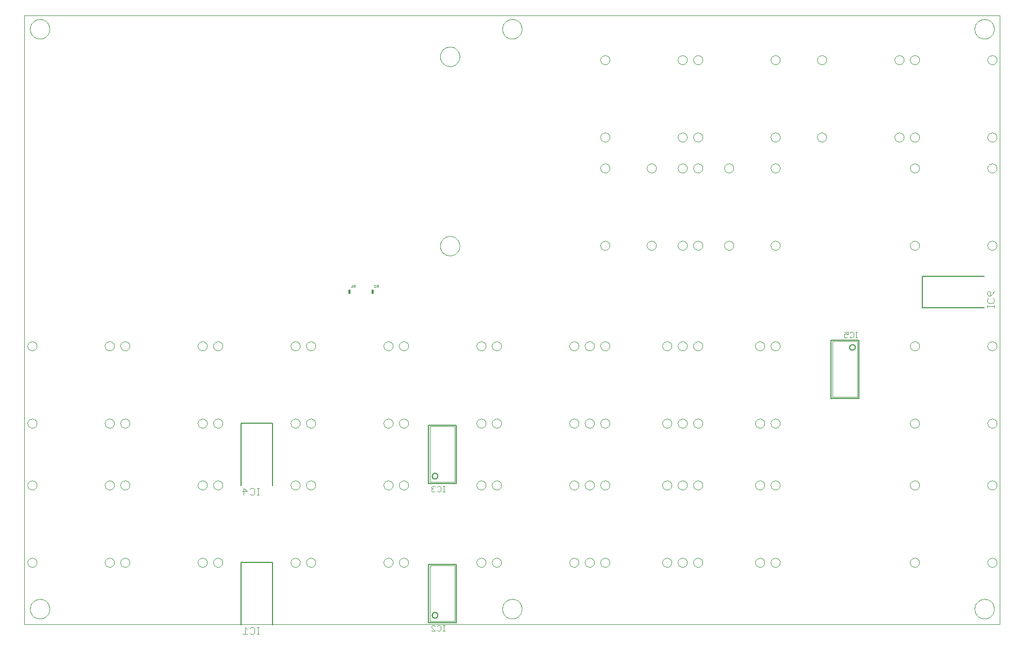
<source format=gbo>
G75*
G70*
%OFA0B0*%
%FSLAX24Y24*%
%IPPOS*%
%LPD*%
%AMOC8*
5,1,8,0,0,1.08239X$1,22.5*
%
%ADD10C,0.0000*%
%ADD11C,0.0060*%
%ADD12C,0.0020*%
%ADD13C,0.0040*%
%ADD14C,0.0080*%
%ADD15C,0.0010*%
%ADD16R,0.0180X0.0300*%
D10*
X000487Y000923D02*
X000487Y040293D01*
X063479Y040293D01*
X063479Y000923D01*
X000487Y000923D01*
X000857Y001923D02*
X000859Y001973D01*
X000865Y002023D01*
X000875Y002072D01*
X000889Y002120D01*
X000906Y002167D01*
X000927Y002212D01*
X000952Y002256D01*
X000980Y002297D01*
X001012Y002336D01*
X001046Y002373D01*
X001083Y002407D01*
X001123Y002437D01*
X001165Y002464D01*
X001209Y002488D01*
X001255Y002509D01*
X001302Y002525D01*
X001350Y002538D01*
X001400Y002547D01*
X001449Y002552D01*
X001500Y002553D01*
X001550Y002550D01*
X001599Y002543D01*
X001648Y002532D01*
X001696Y002517D01*
X001742Y002499D01*
X001787Y002477D01*
X001830Y002451D01*
X001871Y002422D01*
X001910Y002390D01*
X001946Y002355D01*
X001978Y002317D01*
X002008Y002277D01*
X002035Y002234D01*
X002058Y002190D01*
X002077Y002144D01*
X002093Y002096D01*
X002105Y002047D01*
X002113Y001998D01*
X002117Y001948D01*
X002117Y001898D01*
X002113Y001848D01*
X002105Y001799D01*
X002093Y001750D01*
X002077Y001702D01*
X002058Y001656D01*
X002035Y001612D01*
X002008Y001569D01*
X001978Y001529D01*
X001946Y001491D01*
X001910Y001456D01*
X001871Y001424D01*
X001830Y001395D01*
X001787Y001369D01*
X001742Y001347D01*
X001696Y001329D01*
X001648Y001314D01*
X001599Y001303D01*
X001550Y001296D01*
X001500Y001293D01*
X001449Y001294D01*
X001400Y001299D01*
X001350Y001308D01*
X001302Y001321D01*
X001255Y001337D01*
X001209Y001358D01*
X001165Y001382D01*
X001123Y001409D01*
X001083Y001439D01*
X001046Y001473D01*
X001012Y001510D01*
X000980Y001549D01*
X000952Y001590D01*
X000927Y001634D01*
X000906Y001679D01*
X000889Y001726D01*
X000875Y001774D01*
X000865Y001823D01*
X000859Y001873D01*
X000857Y001923D01*
X000692Y004923D02*
X000694Y004957D01*
X000700Y004991D01*
X000710Y005024D01*
X000723Y005055D01*
X000741Y005085D01*
X000761Y005113D01*
X000785Y005138D01*
X000811Y005160D01*
X000839Y005178D01*
X000870Y005194D01*
X000902Y005206D01*
X000936Y005214D01*
X000970Y005218D01*
X001004Y005218D01*
X001038Y005214D01*
X001072Y005206D01*
X001104Y005194D01*
X001134Y005178D01*
X001163Y005160D01*
X001189Y005138D01*
X001213Y005113D01*
X001233Y005085D01*
X001251Y005055D01*
X001264Y005024D01*
X001274Y004991D01*
X001280Y004957D01*
X001282Y004923D01*
X001280Y004889D01*
X001274Y004855D01*
X001264Y004822D01*
X001251Y004791D01*
X001233Y004761D01*
X001213Y004733D01*
X001189Y004708D01*
X001163Y004686D01*
X001135Y004668D01*
X001104Y004652D01*
X001072Y004640D01*
X001038Y004632D01*
X001004Y004628D01*
X000970Y004628D01*
X000936Y004632D01*
X000902Y004640D01*
X000870Y004652D01*
X000839Y004668D01*
X000811Y004686D01*
X000785Y004708D01*
X000761Y004733D01*
X000741Y004761D01*
X000723Y004791D01*
X000710Y004822D01*
X000700Y004855D01*
X000694Y004889D01*
X000692Y004923D01*
X005692Y004923D02*
X005694Y004957D01*
X005700Y004991D01*
X005710Y005024D01*
X005723Y005055D01*
X005741Y005085D01*
X005761Y005113D01*
X005785Y005138D01*
X005811Y005160D01*
X005839Y005178D01*
X005870Y005194D01*
X005902Y005206D01*
X005936Y005214D01*
X005970Y005218D01*
X006004Y005218D01*
X006038Y005214D01*
X006072Y005206D01*
X006104Y005194D01*
X006134Y005178D01*
X006163Y005160D01*
X006189Y005138D01*
X006213Y005113D01*
X006233Y005085D01*
X006251Y005055D01*
X006264Y005024D01*
X006274Y004991D01*
X006280Y004957D01*
X006282Y004923D01*
X006280Y004889D01*
X006274Y004855D01*
X006264Y004822D01*
X006251Y004791D01*
X006233Y004761D01*
X006213Y004733D01*
X006189Y004708D01*
X006163Y004686D01*
X006135Y004668D01*
X006104Y004652D01*
X006072Y004640D01*
X006038Y004632D01*
X006004Y004628D01*
X005970Y004628D01*
X005936Y004632D01*
X005902Y004640D01*
X005870Y004652D01*
X005839Y004668D01*
X005811Y004686D01*
X005785Y004708D01*
X005761Y004733D01*
X005741Y004761D01*
X005723Y004791D01*
X005710Y004822D01*
X005700Y004855D01*
X005694Y004889D01*
X005692Y004923D01*
X006692Y004923D02*
X006694Y004957D01*
X006700Y004991D01*
X006710Y005024D01*
X006723Y005055D01*
X006741Y005085D01*
X006761Y005113D01*
X006785Y005138D01*
X006811Y005160D01*
X006839Y005178D01*
X006870Y005194D01*
X006902Y005206D01*
X006936Y005214D01*
X006970Y005218D01*
X007004Y005218D01*
X007038Y005214D01*
X007072Y005206D01*
X007104Y005194D01*
X007134Y005178D01*
X007163Y005160D01*
X007189Y005138D01*
X007213Y005113D01*
X007233Y005085D01*
X007251Y005055D01*
X007264Y005024D01*
X007274Y004991D01*
X007280Y004957D01*
X007282Y004923D01*
X007280Y004889D01*
X007274Y004855D01*
X007264Y004822D01*
X007251Y004791D01*
X007233Y004761D01*
X007213Y004733D01*
X007189Y004708D01*
X007163Y004686D01*
X007135Y004668D01*
X007104Y004652D01*
X007072Y004640D01*
X007038Y004632D01*
X007004Y004628D01*
X006970Y004628D01*
X006936Y004632D01*
X006902Y004640D01*
X006870Y004652D01*
X006839Y004668D01*
X006811Y004686D01*
X006785Y004708D01*
X006761Y004733D01*
X006741Y004761D01*
X006723Y004791D01*
X006710Y004822D01*
X006700Y004855D01*
X006694Y004889D01*
X006692Y004923D01*
X011692Y004923D02*
X011694Y004957D01*
X011700Y004991D01*
X011710Y005024D01*
X011723Y005055D01*
X011741Y005085D01*
X011761Y005113D01*
X011785Y005138D01*
X011811Y005160D01*
X011839Y005178D01*
X011870Y005194D01*
X011902Y005206D01*
X011936Y005214D01*
X011970Y005218D01*
X012004Y005218D01*
X012038Y005214D01*
X012072Y005206D01*
X012104Y005194D01*
X012134Y005178D01*
X012163Y005160D01*
X012189Y005138D01*
X012213Y005113D01*
X012233Y005085D01*
X012251Y005055D01*
X012264Y005024D01*
X012274Y004991D01*
X012280Y004957D01*
X012282Y004923D01*
X012280Y004889D01*
X012274Y004855D01*
X012264Y004822D01*
X012251Y004791D01*
X012233Y004761D01*
X012213Y004733D01*
X012189Y004708D01*
X012163Y004686D01*
X012135Y004668D01*
X012104Y004652D01*
X012072Y004640D01*
X012038Y004632D01*
X012004Y004628D01*
X011970Y004628D01*
X011936Y004632D01*
X011902Y004640D01*
X011870Y004652D01*
X011839Y004668D01*
X011811Y004686D01*
X011785Y004708D01*
X011761Y004733D01*
X011741Y004761D01*
X011723Y004791D01*
X011710Y004822D01*
X011700Y004855D01*
X011694Y004889D01*
X011692Y004923D01*
X012692Y004923D02*
X012694Y004957D01*
X012700Y004991D01*
X012710Y005024D01*
X012723Y005055D01*
X012741Y005085D01*
X012761Y005113D01*
X012785Y005138D01*
X012811Y005160D01*
X012839Y005178D01*
X012870Y005194D01*
X012902Y005206D01*
X012936Y005214D01*
X012970Y005218D01*
X013004Y005218D01*
X013038Y005214D01*
X013072Y005206D01*
X013104Y005194D01*
X013134Y005178D01*
X013163Y005160D01*
X013189Y005138D01*
X013213Y005113D01*
X013233Y005085D01*
X013251Y005055D01*
X013264Y005024D01*
X013274Y004991D01*
X013280Y004957D01*
X013282Y004923D01*
X013280Y004889D01*
X013274Y004855D01*
X013264Y004822D01*
X013251Y004791D01*
X013233Y004761D01*
X013213Y004733D01*
X013189Y004708D01*
X013163Y004686D01*
X013135Y004668D01*
X013104Y004652D01*
X013072Y004640D01*
X013038Y004632D01*
X013004Y004628D01*
X012970Y004628D01*
X012936Y004632D01*
X012902Y004640D01*
X012870Y004652D01*
X012839Y004668D01*
X012811Y004686D01*
X012785Y004708D01*
X012761Y004733D01*
X012741Y004761D01*
X012723Y004791D01*
X012710Y004822D01*
X012700Y004855D01*
X012694Y004889D01*
X012692Y004923D01*
X017692Y004923D02*
X017694Y004957D01*
X017700Y004991D01*
X017710Y005024D01*
X017723Y005055D01*
X017741Y005085D01*
X017761Y005113D01*
X017785Y005138D01*
X017811Y005160D01*
X017839Y005178D01*
X017870Y005194D01*
X017902Y005206D01*
X017936Y005214D01*
X017970Y005218D01*
X018004Y005218D01*
X018038Y005214D01*
X018072Y005206D01*
X018104Y005194D01*
X018134Y005178D01*
X018163Y005160D01*
X018189Y005138D01*
X018213Y005113D01*
X018233Y005085D01*
X018251Y005055D01*
X018264Y005024D01*
X018274Y004991D01*
X018280Y004957D01*
X018282Y004923D01*
X018280Y004889D01*
X018274Y004855D01*
X018264Y004822D01*
X018251Y004791D01*
X018233Y004761D01*
X018213Y004733D01*
X018189Y004708D01*
X018163Y004686D01*
X018135Y004668D01*
X018104Y004652D01*
X018072Y004640D01*
X018038Y004632D01*
X018004Y004628D01*
X017970Y004628D01*
X017936Y004632D01*
X017902Y004640D01*
X017870Y004652D01*
X017839Y004668D01*
X017811Y004686D01*
X017785Y004708D01*
X017761Y004733D01*
X017741Y004761D01*
X017723Y004791D01*
X017710Y004822D01*
X017700Y004855D01*
X017694Y004889D01*
X017692Y004923D01*
X018692Y004923D02*
X018694Y004957D01*
X018700Y004991D01*
X018710Y005024D01*
X018723Y005055D01*
X018741Y005085D01*
X018761Y005113D01*
X018785Y005138D01*
X018811Y005160D01*
X018839Y005178D01*
X018870Y005194D01*
X018902Y005206D01*
X018936Y005214D01*
X018970Y005218D01*
X019004Y005218D01*
X019038Y005214D01*
X019072Y005206D01*
X019104Y005194D01*
X019134Y005178D01*
X019163Y005160D01*
X019189Y005138D01*
X019213Y005113D01*
X019233Y005085D01*
X019251Y005055D01*
X019264Y005024D01*
X019274Y004991D01*
X019280Y004957D01*
X019282Y004923D01*
X019280Y004889D01*
X019274Y004855D01*
X019264Y004822D01*
X019251Y004791D01*
X019233Y004761D01*
X019213Y004733D01*
X019189Y004708D01*
X019163Y004686D01*
X019135Y004668D01*
X019104Y004652D01*
X019072Y004640D01*
X019038Y004632D01*
X019004Y004628D01*
X018970Y004628D01*
X018936Y004632D01*
X018902Y004640D01*
X018870Y004652D01*
X018839Y004668D01*
X018811Y004686D01*
X018785Y004708D01*
X018761Y004733D01*
X018741Y004761D01*
X018723Y004791D01*
X018710Y004822D01*
X018700Y004855D01*
X018694Y004889D01*
X018692Y004923D01*
X023692Y004923D02*
X023694Y004957D01*
X023700Y004991D01*
X023710Y005024D01*
X023723Y005055D01*
X023741Y005085D01*
X023761Y005113D01*
X023785Y005138D01*
X023811Y005160D01*
X023839Y005178D01*
X023870Y005194D01*
X023902Y005206D01*
X023936Y005214D01*
X023970Y005218D01*
X024004Y005218D01*
X024038Y005214D01*
X024072Y005206D01*
X024104Y005194D01*
X024134Y005178D01*
X024163Y005160D01*
X024189Y005138D01*
X024213Y005113D01*
X024233Y005085D01*
X024251Y005055D01*
X024264Y005024D01*
X024274Y004991D01*
X024280Y004957D01*
X024282Y004923D01*
X024280Y004889D01*
X024274Y004855D01*
X024264Y004822D01*
X024251Y004791D01*
X024233Y004761D01*
X024213Y004733D01*
X024189Y004708D01*
X024163Y004686D01*
X024135Y004668D01*
X024104Y004652D01*
X024072Y004640D01*
X024038Y004632D01*
X024004Y004628D01*
X023970Y004628D01*
X023936Y004632D01*
X023902Y004640D01*
X023870Y004652D01*
X023839Y004668D01*
X023811Y004686D01*
X023785Y004708D01*
X023761Y004733D01*
X023741Y004761D01*
X023723Y004791D01*
X023710Y004822D01*
X023700Y004855D01*
X023694Y004889D01*
X023692Y004923D01*
X024692Y004923D02*
X024694Y004957D01*
X024700Y004991D01*
X024710Y005024D01*
X024723Y005055D01*
X024741Y005085D01*
X024761Y005113D01*
X024785Y005138D01*
X024811Y005160D01*
X024839Y005178D01*
X024870Y005194D01*
X024902Y005206D01*
X024936Y005214D01*
X024970Y005218D01*
X025004Y005218D01*
X025038Y005214D01*
X025072Y005206D01*
X025104Y005194D01*
X025134Y005178D01*
X025163Y005160D01*
X025189Y005138D01*
X025213Y005113D01*
X025233Y005085D01*
X025251Y005055D01*
X025264Y005024D01*
X025274Y004991D01*
X025280Y004957D01*
X025282Y004923D01*
X025280Y004889D01*
X025274Y004855D01*
X025264Y004822D01*
X025251Y004791D01*
X025233Y004761D01*
X025213Y004733D01*
X025189Y004708D01*
X025163Y004686D01*
X025135Y004668D01*
X025104Y004652D01*
X025072Y004640D01*
X025038Y004632D01*
X025004Y004628D01*
X024970Y004628D01*
X024936Y004632D01*
X024902Y004640D01*
X024870Y004652D01*
X024839Y004668D01*
X024811Y004686D01*
X024785Y004708D01*
X024761Y004733D01*
X024741Y004761D01*
X024723Y004791D01*
X024710Y004822D01*
X024700Y004855D01*
X024694Y004889D01*
X024692Y004923D01*
X029692Y004923D02*
X029694Y004957D01*
X029700Y004991D01*
X029710Y005024D01*
X029723Y005055D01*
X029741Y005085D01*
X029761Y005113D01*
X029785Y005138D01*
X029811Y005160D01*
X029839Y005178D01*
X029870Y005194D01*
X029902Y005206D01*
X029936Y005214D01*
X029970Y005218D01*
X030004Y005218D01*
X030038Y005214D01*
X030072Y005206D01*
X030104Y005194D01*
X030134Y005178D01*
X030163Y005160D01*
X030189Y005138D01*
X030213Y005113D01*
X030233Y005085D01*
X030251Y005055D01*
X030264Y005024D01*
X030274Y004991D01*
X030280Y004957D01*
X030282Y004923D01*
X030280Y004889D01*
X030274Y004855D01*
X030264Y004822D01*
X030251Y004791D01*
X030233Y004761D01*
X030213Y004733D01*
X030189Y004708D01*
X030163Y004686D01*
X030135Y004668D01*
X030104Y004652D01*
X030072Y004640D01*
X030038Y004632D01*
X030004Y004628D01*
X029970Y004628D01*
X029936Y004632D01*
X029902Y004640D01*
X029870Y004652D01*
X029839Y004668D01*
X029811Y004686D01*
X029785Y004708D01*
X029761Y004733D01*
X029741Y004761D01*
X029723Y004791D01*
X029710Y004822D01*
X029700Y004855D01*
X029694Y004889D01*
X029692Y004923D01*
X030692Y004923D02*
X030694Y004957D01*
X030700Y004991D01*
X030710Y005024D01*
X030723Y005055D01*
X030741Y005085D01*
X030761Y005113D01*
X030785Y005138D01*
X030811Y005160D01*
X030839Y005178D01*
X030870Y005194D01*
X030902Y005206D01*
X030936Y005214D01*
X030970Y005218D01*
X031004Y005218D01*
X031038Y005214D01*
X031072Y005206D01*
X031104Y005194D01*
X031134Y005178D01*
X031163Y005160D01*
X031189Y005138D01*
X031213Y005113D01*
X031233Y005085D01*
X031251Y005055D01*
X031264Y005024D01*
X031274Y004991D01*
X031280Y004957D01*
X031282Y004923D01*
X031280Y004889D01*
X031274Y004855D01*
X031264Y004822D01*
X031251Y004791D01*
X031233Y004761D01*
X031213Y004733D01*
X031189Y004708D01*
X031163Y004686D01*
X031135Y004668D01*
X031104Y004652D01*
X031072Y004640D01*
X031038Y004632D01*
X031004Y004628D01*
X030970Y004628D01*
X030936Y004632D01*
X030902Y004640D01*
X030870Y004652D01*
X030839Y004668D01*
X030811Y004686D01*
X030785Y004708D01*
X030761Y004733D01*
X030741Y004761D01*
X030723Y004791D01*
X030710Y004822D01*
X030700Y004855D01*
X030694Y004889D01*
X030692Y004923D01*
X031357Y001923D02*
X031359Y001973D01*
X031365Y002023D01*
X031375Y002072D01*
X031389Y002120D01*
X031406Y002167D01*
X031427Y002212D01*
X031452Y002256D01*
X031480Y002297D01*
X031512Y002336D01*
X031546Y002373D01*
X031583Y002407D01*
X031623Y002437D01*
X031665Y002464D01*
X031709Y002488D01*
X031755Y002509D01*
X031802Y002525D01*
X031850Y002538D01*
X031900Y002547D01*
X031949Y002552D01*
X032000Y002553D01*
X032050Y002550D01*
X032099Y002543D01*
X032148Y002532D01*
X032196Y002517D01*
X032242Y002499D01*
X032287Y002477D01*
X032330Y002451D01*
X032371Y002422D01*
X032410Y002390D01*
X032446Y002355D01*
X032478Y002317D01*
X032508Y002277D01*
X032535Y002234D01*
X032558Y002190D01*
X032577Y002144D01*
X032593Y002096D01*
X032605Y002047D01*
X032613Y001998D01*
X032617Y001948D01*
X032617Y001898D01*
X032613Y001848D01*
X032605Y001799D01*
X032593Y001750D01*
X032577Y001702D01*
X032558Y001656D01*
X032535Y001612D01*
X032508Y001569D01*
X032478Y001529D01*
X032446Y001491D01*
X032410Y001456D01*
X032371Y001424D01*
X032330Y001395D01*
X032287Y001369D01*
X032242Y001347D01*
X032196Y001329D01*
X032148Y001314D01*
X032099Y001303D01*
X032050Y001296D01*
X032000Y001293D01*
X031949Y001294D01*
X031900Y001299D01*
X031850Y001308D01*
X031802Y001321D01*
X031755Y001337D01*
X031709Y001358D01*
X031665Y001382D01*
X031623Y001409D01*
X031583Y001439D01*
X031546Y001473D01*
X031512Y001510D01*
X031480Y001549D01*
X031452Y001590D01*
X031427Y001634D01*
X031406Y001679D01*
X031389Y001726D01*
X031375Y001774D01*
X031365Y001823D01*
X031359Y001873D01*
X031357Y001923D01*
X035692Y004923D02*
X035694Y004957D01*
X035700Y004991D01*
X035710Y005024D01*
X035723Y005055D01*
X035741Y005085D01*
X035761Y005113D01*
X035785Y005138D01*
X035811Y005160D01*
X035839Y005178D01*
X035870Y005194D01*
X035902Y005206D01*
X035936Y005214D01*
X035970Y005218D01*
X036004Y005218D01*
X036038Y005214D01*
X036072Y005206D01*
X036104Y005194D01*
X036134Y005178D01*
X036163Y005160D01*
X036189Y005138D01*
X036213Y005113D01*
X036233Y005085D01*
X036251Y005055D01*
X036264Y005024D01*
X036274Y004991D01*
X036280Y004957D01*
X036282Y004923D01*
X036280Y004889D01*
X036274Y004855D01*
X036264Y004822D01*
X036251Y004791D01*
X036233Y004761D01*
X036213Y004733D01*
X036189Y004708D01*
X036163Y004686D01*
X036135Y004668D01*
X036104Y004652D01*
X036072Y004640D01*
X036038Y004632D01*
X036004Y004628D01*
X035970Y004628D01*
X035936Y004632D01*
X035902Y004640D01*
X035870Y004652D01*
X035839Y004668D01*
X035811Y004686D01*
X035785Y004708D01*
X035761Y004733D01*
X035741Y004761D01*
X035723Y004791D01*
X035710Y004822D01*
X035700Y004855D01*
X035694Y004889D01*
X035692Y004923D01*
X036692Y004923D02*
X036694Y004957D01*
X036700Y004991D01*
X036710Y005024D01*
X036723Y005055D01*
X036741Y005085D01*
X036761Y005113D01*
X036785Y005138D01*
X036811Y005160D01*
X036839Y005178D01*
X036870Y005194D01*
X036902Y005206D01*
X036936Y005214D01*
X036970Y005218D01*
X037004Y005218D01*
X037038Y005214D01*
X037072Y005206D01*
X037104Y005194D01*
X037134Y005178D01*
X037163Y005160D01*
X037189Y005138D01*
X037213Y005113D01*
X037233Y005085D01*
X037251Y005055D01*
X037264Y005024D01*
X037274Y004991D01*
X037280Y004957D01*
X037282Y004923D01*
X037280Y004889D01*
X037274Y004855D01*
X037264Y004822D01*
X037251Y004791D01*
X037233Y004761D01*
X037213Y004733D01*
X037189Y004708D01*
X037163Y004686D01*
X037135Y004668D01*
X037104Y004652D01*
X037072Y004640D01*
X037038Y004632D01*
X037004Y004628D01*
X036970Y004628D01*
X036936Y004632D01*
X036902Y004640D01*
X036870Y004652D01*
X036839Y004668D01*
X036811Y004686D01*
X036785Y004708D01*
X036761Y004733D01*
X036741Y004761D01*
X036723Y004791D01*
X036710Y004822D01*
X036700Y004855D01*
X036694Y004889D01*
X036692Y004923D01*
X037692Y004923D02*
X037694Y004957D01*
X037700Y004991D01*
X037710Y005024D01*
X037723Y005055D01*
X037741Y005085D01*
X037761Y005113D01*
X037785Y005138D01*
X037811Y005160D01*
X037839Y005178D01*
X037870Y005194D01*
X037902Y005206D01*
X037936Y005214D01*
X037970Y005218D01*
X038004Y005218D01*
X038038Y005214D01*
X038072Y005206D01*
X038104Y005194D01*
X038134Y005178D01*
X038163Y005160D01*
X038189Y005138D01*
X038213Y005113D01*
X038233Y005085D01*
X038251Y005055D01*
X038264Y005024D01*
X038274Y004991D01*
X038280Y004957D01*
X038282Y004923D01*
X038280Y004889D01*
X038274Y004855D01*
X038264Y004822D01*
X038251Y004791D01*
X038233Y004761D01*
X038213Y004733D01*
X038189Y004708D01*
X038163Y004686D01*
X038135Y004668D01*
X038104Y004652D01*
X038072Y004640D01*
X038038Y004632D01*
X038004Y004628D01*
X037970Y004628D01*
X037936Y004632D01*
X037902Y004640D01*
X037870Y004652D01*
X037839Y004668D01*
X037811Y004686D01*
X037785Y004708D01*
X037761Y004733D01*
X037741Y004761D01*
X037723Y004791D01*
X037710Y004822D01*
X037700Y004855D01*
X037694Y004889D01*
X037692Y004923D01*
X041692Y004923D02*
X041694Y004957D01*
X041700Y004991D01*
X041710Y005024D01*
X041723Y005055D01*
X041741Y005085D01*
X041761Y005113D01*
X041785Y005138D01*
X041811Y005160D01*
X041839Y005178D01*
X041870Y005194D01*
X041902Y005206D01*
X041936Y005214D01*
X041970Y005218D01*
X042004Y005218D01*
X042038Y005214D01*
X042072Y005206D01*
X042104Y005194D01*
X042134Y005178D01*
X042163Y005160D01*
X042189Y005138D01*
X042213Y005113D01*
X042233Y005085D01*
X042251Y005055D01*
X042264Y005024D01*
X042274Y004991D01*
X042280Y004957D01*
X042282Y004923D01*
X042280Y004889D01*
X042274Y004855D01*
X042264Y004822D01*
X042251Y004791D01*
X042233Y004761D01*
X042213Y004733D01*
X042189Y004708D01*
X042163Y004686D01*
X042135Y004668D01*
X042104Y004652D01*
X042072Y004640D01*
X042038Y004632D01*
X042004Y004628D01*
X041970Y004628D01*
X041936Y004632D01*
X041902Y004640D01*
X041870Y004652D01*
X041839Y004668D01*
X041811Y004686D01*
X041785Y004708D01*
X041761Y004733D01*
X041741Y004761D01*
X041723Y004791D01*
X041710Y004822D01*
X041700Y004855D01*
X041694Y004889D01*
X041692Y004923D01*
X042692Y004923D02*
X042694Y004957D01*
X042700Y004991D01*
X042710Y005024D01*
X042723Y005055D01*
X042741Y005085D01*
X042761Y005113D01*
X042785Y005138D01*
X042811Y005160D01*
X042839Y005178D01*
X042870Y005194D01*
X042902Y005206D01*
X042936Y005214D01*
X042970Y005218D01*
X043004Y005218D01*
X043038Y005214D01*
X043072Y005206D01*
X043104Y005194D01*
X043134Y005178D01*
X043163Y005160D01*
X043189Y005138D01*
X043213Y005113D01*
X043233Y005085D01*
X043251Y005055D01*
X043264Y005024D01*
X043274Y004991D01*
X043280Y004957D01*
X043282Y004923D01*
X043280Y004889D01*
X043274Y004855D01*
X043264Y004822D01*
X043251Y004791D01*
X043233Y004761D01*
X043213Y004733D01*
X043189Y004708D01*
X043163Y004686D01*
X043135Y004668D01*
X043104Y004652D01*
X043072Y004640D01*
X043038Y004632D01*
X043004Y004628D01*
X042970Y004628D01*
X042936Y004632D01*
X042902Y004640D01*
X042870Y004652D01*
X042839Y004668D01*
X042811Y004686D01*
X042785Y004708D01*
X042761Y004733D01*
X042741Y004761D01*
X042723Y004791D01*
X042710Y004822D01*
X042700Y004855D01*
X042694Y004889D01*
X042692Y004923D01*
X042694Y004957D01*
X042700Y004991D01*
X042710Y005024D01*
X042723Y005055D01*
X042741Y005085D01*
X042761Y005113D01*
X042785Y005138D01*
X042811Y005160D01*
X042839Y005178D01*
X042870Y005194D01*
X042902Y005206D01*
X042936Y005214D01*
X042970Y005218D01*
X043004Y005218D01*
X043038Y005214D01*
X043072Y005206D01*
X043104Y005194D01*
X043134Y005178D01*
X043163Y005160D01*
X043189Y005138D01*
X043213Y005113D01*
X043233Y005085D01*
X043251Y005055D01*
X043264Y005024D01*
X043274Y004991D01*
X043280Y004957D01*
X043282Y004923D01*
X043280Y004889D01*
X043274Y004855D01*
X043264Y004822D01*
X043251Y004791D01*
X043233Y004761D01*
X043213Y004733D01*
X043189Y004708D01*
X043163Y004686D01*
X043135Y004668D01*
X043104Y004652D01*
X043072Y004640D01*
X043038Y004632D01*
X043004Y004628D01*
X042970Y004628D01*
X042936Y004632D01*
X042902Y004640D01*
X042870Y004652D01*
X042839Y004668D01*
X042811Y004686D01*
X042785Y004708D01*
X042761Y004733D01*
X042741Y004761D01*
X042723Y004791D01*
X042710Y004822D01*
X042700Y004855D01*
X042694Y004889D01*
X042692Y004923D01*
X043692Y004923D02*
X043694Y004957D01*
X043700Y004991D01*
X043710Y005024D01*
X043723Y005055D01*
X043741Y005085D01*
X043761Y005113D01*
X043785Y005138D01*
X043811Y005160D01*
X043839Y005178D01*
X043870Y005194D01*
X043902Y005206D01*
X043936Y005214D01*
X043970Y005218D01*
X044004Y005218D01*
X044038Y005214D01*
X044072Y005206D01*
X044104Y005194D01*
X044134Y005178D01*
X044163Y005160D01*
X044189Y005138D01*
X044213Y005113D01*
X044233Y005085D01*
X044251Y005055D01*
X044264Y005024D01*
X044274Y004991D01*
X044280Y004957D01*
X044282Y004923D01*
X044280Y004889D01*
X044274Y004855D01*
X044264Y004822D01*
X044251Y004791D01*
X044233Y004761D01*
X044213Y004733D01*
X044189Y004708D01*
X044163Y004686D01*
X044135Y004668D01*
X044104Y004652D01*
X044072Y004640D01*
X044038Y004632D01*
X044004Y004628D01*
X043970Y004628D01*
X043936Y004632D01*
X043902Y004640D01*
X043870Y004652D01*
X043839Y004668D01*
X043811Y004686D01*
X043785Y004708D01*
X043761Y004733D01*
X043741Y004761D01*
X043723Y004791D01*
X043710Y004822D01*
X043700Y004855D01*
X043694Y004889D01*
X043692Y004923D01*
X047692Y004923D02*
X047694Y004957D01*
X047700Y004991D01*
X047710Y005024D01*
X047723Y005055D01*
X047741Y005085D01*
X047761Y005113D01*
X047785Y005138D01*
X047811Y005160D01*
X047839Y005178D01*
X047870Y005194D01*
X047902Y005206D01*
X047936Y005214D01*
X047970Y005218D01*
X048004Y005218D01*
X048038Y005214D01*
X048072Y005206D01*
X048104Y005194D01*
X048134Y005178D01*
X048163Y005160D01*
X048189Y005138D01*
X048213Y005113D01*
X048233Y005085D01*
X048251Y005055D01*
X048264Y005024D01*
X048274Y004991D01*
X048280Y004957D01*
X048282Y004923D01*
X048280Y004889D01*
X048274Y004855D01*
X048264Y004822D01*
X048251Y004791D01*
X048233Y004761D01*
X048213Y004733D01*
X048189Y004708D01*
X048163Y004686D01*
X048135Y004668D01*
X048104Y004652D01*
X048072Y004640D01*
X048038Y004632D01*
X048004Y004628D01*
X047970Y004628D01*
X047936Y004632D01*
X047902Y004640D01*
X047870Y004652D01*
X047839Y004668D01*
X047811Y004686D01*
X047785Y004708D01*
X047761Y004733D01*
X047741Y004761D01*
X047723Y004791D01*
X047710Y004822D01*
X047700Y004855D01*
X047694Y004889D01*
X047692Y004923D01*
X048692Y004923D02*
X048694Y004957D01*
X048700Y004991D01*
X048710Y005024D01*
X048723Y005055D01*
X048741Y005085D01*
X048761Y005113D01*
X048785Y005138D01*
X048811Y005160D01*
X048839Y005178D01*
X048870Y005194D01*
X048902Y005206D01*
X048936Y005214D01*
X048970Y005218D01*
X049004Y005218D01*
X049038Y005214D01*
X049072Y005206D01*
X049104Y005194D01*
X049134Y005178D01*
X049163Y005160D01*
X049189Y005138D01*
X049213Y005113D01*
X049233Y005085D01*
X049251Y005055D01*
X049264Y005024D01*
X049274Y004991D01*
X049280Y004957D01*
X049282Y004923D01*
X049280Y004889D01*
X049274Y004855D01*
X049264Y004822D01*
X049251Y004791D01*
X049233Y004761D01*
X049213Y004733D01*
X049189Y004708D01*
X049163Y004686D01*
X049135Y004668D01*
X049104Y004652D01*
X049072Y004640D01*
X049038Y004632D01*
X049004Y004628D01*
X048970Y004628D01*
X048936Y004632D01*
X048902Y004640D01*
X048870Y004652D01*
X048839Y004668D01*
X048811Y004686D01*
X048785Y004708D01*
X048761Y004733D01*
X048741Y004761D01*
X048723Y004791D01*
X048710Y004822D01*
X048700Y004855D01*
X048694Y004889D01*
X048692Y004923D01*
X048692Y009923D02*
X048694Y009957D01*
X048700Y009991D01*
X048710Y010024D01*
X048723Y010055D01*
X048741Y010085D01*
X048761Y010113D01*
X048785Y010138D01*
X048811Y010160D01*
X048839Y010178D01*
X048870Y010194D01*
X048902Y010206D01*
X048936Y010214D01*
X048970Y010218D01*
X049004Y010218D01*
X049038Y010214D01*
X049072Y010206D01*
X049104Y010194D01*
X049134Y010178D01*
X049163Y010160D01*
X049189Y010138D01*
X049213Y010113D01*
X049233Y010085D01*
X049251Y010055D01*
X049264Y010024D01*
X049274Y009991D01*
X049280Y009957D01*
X049282Y009923D01*
X049280Y009889D01*
X049274Y009855D01*
X049264Y009822D01*
X049251Y009791D01*
X049233Y009761D01*
X049213Y009733D01*
X049189Y009708D01*
X049163Y009686D01*
X049135Y009668D01*
X049104Y009652D01*
X049072Y009640D01*
X049038Y009632D01*
X049004Y009628D01*
X048970Y009628D01*
X048936Y009632D01*
X048902Y009640D01*
X048870Y009652D01*
X048839Y009668D01*
X048811Y009686D01*
X048785Y009708D01*
X048761Y009733D01*
X048741Y009761D01*
X048723Y009791D01*
X048710Y009822D01*
X048700Y009855D01*
X048694Y009889D01*
X048692Y009923D01*
X047692Y009923D02*
X047694Y009957D01*
X047700Y009991D01*
X047710Y010024D01*
X047723Y010055D01*
X047741Y010085D01*
X047761Y010113D01*
X047785Y010138D01*
X047811Y010160D01*
X047839Y010178D01*
X047870Y010194D01*
X047902Y010206D01*
X047936Y010214D01*
X047970Y010218D01*
X048004Y010218D01*
X048038Y010214D01*
X048072Y010206D01*
X048104Y010194D01*
X048134Y010178D01*
X048163Y010160D01*
X048189Y010138D01*
X048213Y010113D01*
X048233Y010085D01*
X048251Y010055D01*
X048264Y010024D01*
X048274Y009991D01*
X048280Y009957D01*
X048282Y009923D01*
X048280Y009889D01*
X048274Y009855D01*
X048264Y009822D01*
X048251Y009791D01*
X048233Y009761D01*
X048213Y009733D01*
X048189Y009708D01*
X048163Y009686D01*
X048135Y009668D01*
X048104Y009652D01*
X048072Y009640D01*
X048038Y009632D01*
X048004Y009628D01*
X047970Y009628D01*
X047936Y009632D01*
X047902Y009640D01*
X047870Y009652D01*
X047839Y009668D01*
X047811Y009686D01*
X047785Y009708D01*
X047761Y009733D01*
X047741Y009761D01*
X047723Y009791D01*
X047710Y009822D01*
X047700Y009855D01*
X047694Y009889D01*
X047692Y009923D01*
X043692Y009923D02*
X043694Y009957D01*
X043700Y009991D01*
X043710Y010024D01*
X043723Y010055D01*
X043741Y010085D01*
X043761Y010113D01*
X043785Y010138D01*
X043811Y010160D01*
X043839Y010178D01*
X043870Y010194D01*
X043902Y010206D01*
X043936Y010214D01*
X043970Y010218D01*
X044004Y010218D01*
X044038Y010214D01*
X044072Y010206D01*
X044104Y010194D01*
X044134Y010178D01*
X044163Y010160D01*
X044189Y010138D01*
X044213Y010113D01*
X044233Y010085D01*
X044251Y010055D01*
X044264Y010024D01*
X044274Y009991D01*
X044280Y009957D01*
X044282Y009923D01*
X044280Y009889D01*
X044274Y009855D01*
X044264Y009822D01*
X044251Y009791D01*
X044233Y009761D01*
X044213Y009733D01*
X044189Y009708D01*
X044163Y009686D01*
X044135Y009668D01*
X044104Y009652D01*
X044072Y009640D01*
X044038Y009632D01*
X044004Y009628D01*
X043970Y009628D01*
X043936Y009632D01*
X043902Y009640D01*
X043870Y009652D01*
X043839Y009668D01*
X043811Y009686D01*
X043785Y009708D01*
X043761Y009733D01*
X043741Y009761D01*
X043723Y009791D01*
X043710Y009822D01*
X043700Y009855D01*
X043694Y009889D01*
X043692Y009923D01*
X042692Y009923D02*
X042694Y009957D01*
X042700Y009991D01*
X042710Y010024D01*
X042723Y010055D01*
X042741Y010085D01*
X042761Y010113D01*
X042785Y010138D01*
X042811Y010160D01*
X042839Y010178D01*
X042870Y010194D01*
X042902Y010206D01*
X042936Y010214D01*
X042970Y010218D01*
X043004Y010218D01*
X043038Y010214D01*
X043072Y010206D01*
X043104Y010194D01*
X043134Y010178D01*
X043163Y010160D01*
X043189Y010138D01*
X043213Y010113D01*
X043233Y010085D01*
X043251Y010055D01*
X043264Y010024D01*
X043274Y009991D01*
X043280Y009957D01*
X043282Y009923D01*
X043280Y009889D01*
X043274Y009855D01*
X043264Y009822D01*
X043251Y009791D01*
X043233Y009761D01*
X043213Y009733D01*
X043189Y009708D01*
X043163Y009686D01*
X043135Y009668D01*
X043104Y009652D01*
X043072Y009640D01*
X043038Y009632D01*
X043004Y009628D01*
X042970Y009628D01*
X042936Y009632D01*
X042902Y009640D01*
X042870Y009652D01*
X042839Y009668D01*
X042811Y009686D01*
X042785Y009708D01*
X042761Y009733D01*
X042741Y009761D01*
X042723Y009791D01*
X042710Y009822D01*
X042700Y009855D01*
X042694Y009889D01*
X042692Y009923D01*
X042694Y009957D01*
X042700Y009991D01*
X042710Y010024D01*
X042723Y010055D01*
X042741Y010085D01*
X042761Y010113D01*
X042785Y010138D01*
X042811Y010160D01*
X042839Y010178D01*
X042870Y010194D01*
X042902Y010206D01*
X042936Y010214D01*
X042970Y010218D01*
X043004Y010218D01*
X043038Y010214D01*
X043072Y010206D01*
X043104Y010194D01*
X043134Y010178D01*
X043163Y010160D01*
X043189Y010138D01*
X043213Y010113D01*
X043233Y010085D01*
X043251Y010055D01*
X043264Y010024D01*
X043274Y009991D01*
X043280Y009957D01*
X043282Y009923D01*
X043280Y009889D01*
X043274Y009855D01*
X043264Y009822D01*
X043251Y009791D01*
X043233Y009761D01*
X043213Y009733D01*
X043189Y009708D01*
X043163Y009686D01*
X043135Y009668D01*
X043104Y009652D01*
X043072Y009640D01*
X043038Y009632D01*
X043004Y009628D01*
X042970Y009628D01*
X042936Y009632D01*
X042902Y009640D01*
X042870Y009652D01*
X042839Y009668D01*
X042811Y009686D01*
X042785Y009708D01*
X042761Y009733D01*
X042741Y009761D01*
X042723Y009791D01*
X042710Y009822D01*
X042700Y009855D01*
X042694Y009889D01*
X042692Y009923D01*
X041692Y009923D02*
X041694Y009957D01*
X041700Y009991D01*
X041710Y010024D01*
X041723Y010055D01*
X041741Y010085D01*
X041761Y010113D01*
X041785Y010138D01*
X041811Y010160D01*
X041839Y010178D01*
X041870Y010194D01*
X041902Y010206D01*
X041936Y010214D01*
X041970Y010218D01*
X042004Y010218D01*
X042038Y010214D01*
X042072Y010206D01*
X042104Y010194D01*
X042134Y010178D01*
X042163Y010160D01*
X042189Y010138D01*
X042213Y010113D01*
X042233Y010085D01*
X042251Y010055D01*
X042264Y010024D01*
X042274Y009991D01*
X042280Y009957D01*
X042282Y009923D01*
X042280Y009889D01*
X042274Y009855D01*
X042264Y009822D01*
X042251Y009791D01*
X042233Y009761D01*
X042213Y009733D01*
X042189Y009708D01*
X042163Y009686D01*
X042135Y009668D01*
X042104Y009652D01*
X042072Y009640D01*
X042038Y009632D01*
X042004Y009628D01*
X041970Y009628D01*
X041936Y009632D01*
X041902Y009640D01*
X041870Y009652D01*
X041839Y009668D01*
X041811Y009686D01*
X041785Y009708D01*
X041761Y009733D01*
X041741Y009761D01*
X041723Y009791D01*
X041710Y009822D01*
X041700Y009855D01*
X041694Y009889D01*
X041692Y009923D01*
X037692Y009923D02*
X037694Y009957D01*
X037700Y009991D01*
X037710Y010024D01*
X037723Y010055D01*
X037741Y010085D01*
X037761Y010113D01*
X037785Y010138D01*
X037811Y010160D01*
X037839Y010178D01*
X037870Y010194D01*
X037902Y010206D01*
X037936Y010214D01*
X037970Y010218D01*
X038004Y010218D01*
X038038Y010214D01*
X038072Y010206D01*
X038104Y010194D01*
X038134Y010178D01*
X038163Y010160D01*
X038189Y010138D01*
X038213Y010113D01*
X038233Y010085D01*
X038251Y010055D01*
X038264Y010024D01*
X038274Y009991D01*
X038280Y009957D01*
X038282Y009923D01*
X038280Y009889D01*
X038274Y009855D01*
X038264Y009822D01*
X038251Y009791D01*
X038233Y009761D01*
X038213Y009733D01*
X038189Y009708D01*
X038163Y009686D01*
X038135Y009668D01*
X038104Y009652D01*
X038072Y009640D01*
X038038Y009632D01*
X038004Y009628D01*
X037970Y009628D01*
X037936Y009632D01*
X037902Y009640D01*
X037870Y009652D01*
X037839Y009668D01*
X037811Y009686D01*
X037785Y009708D01*
X037761Y009733D01*
X037741Y009761D01*
X037723Y009791D01*
X037710Y009822D01*
X037700Y009855D01*
X037694Y009889D01*
X037692Y009923D01*
X036692Y009923D02*
X036694Y009957D01*
X036700Y009991D01*
X036710Y010024D01*
X036723Y010055D01*
X036741Y010085D01*
X036761Y010113D01*
X036785Y010138D01*
X036811Y010160D01*
X036839Y010178D01*
X036870Y010194D01*
X036902Y010206D01*
X036936Y010214D01*
X036970Y010218D01*
X037004Y010218D01*
X037038Y010214D01*
X037072Y010206D01*
X037104Y010194D01*
X037134Y010178D01*
X037163Y010160D01*
X037189Y010138D01*
X037213Y010113D01*
X037233Y010085D01*
X037251Y010055D01*
X037264Y010024D01*
X037274Y009991D01*
X037280Y009957D01*
X037282Y009923D01*
X037280Y009889D01*
X037274Y009855D01*
X037264Y009822D01*
X037251Y009791D01*
X037233Y009761D01*
X037213Y009733D01*
X037189Y009708D01*
X037163Y009686D01*
X037135Y009668D01*
X037104Y009652D01*
X037072Y009640D01*
X037038Y009632D01*
X037004Y009628D01*
X036970Y009628D01*
X036936Y009632D01*
X036902Y009640D01*
X036870Y009652D01*
X036839Y009668D01*
X036811Y009686D01*
X036785Y009708D01*
X036761Y009733D01*
X036741Y009761D01*
X036723Y009791D01*
X036710Y009822D01*
X036700Y009855D01*
X036694Y009889D01*
X036692Y009923D01*
X035692Y009923D02*
X035694Y009957D01*
X035700Y009991D01*
X035710Y010024D01*
X035723Y010055D01*
X035741Y010085D01*
X035761Y010113D01*
X035785Y010138D01*
X035811Y010160D01*
X035839Y010178D01*
X035870Y010194D01*
X035902Y010206D01*
X035936Y010214D01*
X035970Y010218D01*
X036004Y010218D01*
X036038Y010214D01*
X036072Y010206D01*
X036104Y010194D01*
X036134Y010178D01*
X036163Y010160D01*
X036189Y010138D01*
X036213Y010113D01*
X036233Y010085D01*
X036251Y010055D01*
X036264Y010024D01*
X036274Y009991D01*
X036280Y009957D01*
X036282Y009923D01*
X036280Y009889D01*
X036274Y009855D01*
X036264Y009822D01*
X036251Y009791D01*
X036233Y009761D01*
X036213Y009733D01*
X036189Y009708D01*
X036163Y009686D01*
X036135Y009668D01*
X036104Y009652D01*
X036072Y009640D01*
X036038Y009632D01*
X036004Y009628D01*
X035970Y009628D01*
X035936Y009632D01*
X035902Y009640D01*
X035870Y009652D01*
X035839Y009668D01*
X035811Y009686D01*
X035785Y009708D01*
X035761Y009733D01*
X035741Y009761D01*
X035723Y009791D01*
X035710Y009822D01*
X035700Y009855D01*
X035694Y009889D01*
X035692Y009923D01*
X030692Y009923D02*
X030694Y009957D01*
X030700Y009991D01*
X030710Y010024D01*
X030723Y010055D01*
X030741Y010085D01*
X030761Y010113D01*
X030785Y010138D01*
X030811Y010160D01*
X030839Y010178D01*
X030870Y010194D01*
X030902Y010206D01*
X030936Y010214D01*
X030970Y010218D01*
X031004Y010218D01*
X031038Y010214D01*
X031072Y010206D01*
X031104Y010194D01*
X031134Y010178D01*
X031163Y010160D01*
X031189Y010138D01*
X031213Y010113D01*
X031233Y010085D01*
X031251Y010055D01*
X031264Y010024D01*
X031274Y009991D01*
X031280Y009957D01*
X031282Y009923D01*
X031280Y009889D01*
X031274Y009855D01*
X031264Y009822D01*
X031251Y009791D01*
X031233Y009761D01*
X031213Y009733D01*
X031189Y009708D01*
X031163Y009686D01*
X031135Y009668D01*
X031104Y009652D01*
X031072Y009640D01*
X031038Y009632D01*
X031004Y009628D01*
X030970Y009628D01*
X030936Y009632D01*
X030902Y009640D01*
X030870Y009652D01*
X030839Y009668D01*
X030811Y009686D01*
X030785Y009708D01*
X030761Y009733D01*
X030741Y009761D01*
X030723Y009791D01*
X030710Y009822D01*
X030700Y009855D01*
X030694Y009889D01*
X030692Y009923D01*
X029692Y009923D02*
X029694Y009957D01*
X029700Y009991D01*
X029710Y010024D01*
X029723Y010055D01*
X029741Y010085D01*
X029761Y010113D01*
X029785Y010138D01*
X029811Y010160D01*
X029839Y010178D01*
X029870Y010194D01*
X029902Y010206D01*
X029936Y010214D01*
X029970Y010218D01*
X030004Y010218D01*
X030038Y010214D01*
X030072Y010206D01*
X030104Y010194D01*
X030134Y010178D01*
X030163Y010160D01*
X030189Y010138D01*
X030213Y010113D01*
X030233Y010085D01*
X030251Y010055D01*
X030264Y010024D01*
X030274Y009991D01*
X030280Y009957D01*
X030282Y009923D01*
X030280Y009889D01*
X030274Y009855D01*
X030264Y009822D01*
X030251Y009791D01*
X030233Y009761D01*
X030213Y009733D01*
X030189Y009708D01*
X030163Y009686D01*
X030135Y009668D01*
X030104Y009652D01*
X030072Y009640D01*
X030038Y009632D01*
X030004Y009628D01*
X029970Y009628D01*
X029936Y009632D01*
X029902Y009640D01*
X029870Y009652D01*
X029839Y009668D01*
X029811Y009686D01*
X029785Y009708D01*
X029761Y009733D01*
X029741Y009761D01*
X029723Y009791D01*
X029710Y009822D01*
X029700Y009855D01*
X029694Y009889D01*
X029692Y009923D01*
X024692Y009923D02*
X024694Y009957D01*
X024700Y009991D01*
X024710Y010024D01*
X024723Y010055D01*
X024741Y010085D01*
X024761Y010113D01*
X024785Y010138D01*
X024811Y010160D01*
X024839Y010178D01*
X024870Y010194D01*
X024902Y010206D01*
X024936Y010214D01*
X024970Y010218D01*
X025004Y010218D01*
X025038Y010214D01*
X025072Y010206D01*
X025104Y010194D01*
X025134Y010178D01*
X025163Y010160D01*
X025189Y010138D01*
X025213Y010113D01*
X025233Y010085D01*
X025251Y010055D01*
X025264Y010024D01*
X025274Y009991D01*
X025280Y009957D01*
X025282Y009923D01*
X025280Y009889D01*
X025274Y009855D01*
X025264Y009822D01*
X025251Y009791D01*
X025233Y009761D01*
X025213Y009733D01*
X025189Y009708D01*
X025163Y009686D01*
X025135Y009668D01*
X025104Y009652D01*
X025072Y009640D01*
X025038Y009632D01*
X025004Y009628D01*
X024970Y009628D01*
X024936Y009632D01*
X024902Y009640D01*
X024870Y009652D01*
X024839Y009668D01*
X024811Y009686D01*
X024785Y009708D01*
X024761Y009733D01*
X024741Y009761D01*
X024723Y009791D01*
X024710Y009822D01*
X024700Y009855D01*
X024694Y009889D01*
X024692Y009923D01*
X023692Y009923D02*
X023694Y009957D01*
X023700Y009991D01*
X023710Y010024D01*
X023723Y010055D01*
X023741Y010085D01*
X023761Y010113D01*
X023785Y010138D01*
X023811Y010160D01*
X023839Y010178D01*
X023870Y010194D01*
X023902Y010206D01*
X023936Y010214D01*
X023970Y010218D01*
X024004Y010218D01*
X024038Y010214D01*
X024072Y010206D01*
X024104Y010194D01*
X024134Y010178D01*
X024163Y010160D01*
X024189Y010138D01*
X024213Y010113D01*
X024233Y010085D01*
X024251Y010055D01*
X024264Y010024D01*
X024274Y009991D01*
X024280Y009957D01*
X024282Y009923D01*
X024280Y009889D01*
X024274Y009855D01*
X024264Y009822D01*
X024251Y009791D01*
X024233Y009761D01*
X024213Y009733D01*
X024189Y009708D01*
X024163Y009686D01*
X024135Y009668D01*
X024104Y009652D01*
X024072Y009640D01*
X024038Y009632D01*
X024004Y009628D01*
X023970Y009628D01*
X023936Y009632D01*
X023902Y009640D01*
X023870Y009652D01*
X023839Y009668D01*
X023811Y009686D01*
X023785Y009708D01*
X023761Y009733D01*
X023741Y009761D01*
X023723Y009791D01*
X023710Y009822D01*
X023700Y009855D01*
X023694Y009889D01*
X023692Y009923D01*
X018692Y009923D02*
X018694Y009957D01*
X018700Y009991D01*
X018710Y010024D01*
X018723Y010055D01*
X018741Y010085D01*
X018761Y010113D01*
X018785Y010138D01*
X018811Y010160D01*
X018839Y010178D01*
X018870Y010194D01*
X018902Y010206D01*
X018936Y010214D01*
X018970Y010218D01*
X019004Y010218D01*
X019038Y010214D01*
X019072Y010206D01*
X019104Y010194D01*
X019134Y010178D01*
X019163Y010160D01*
X019189Y010138D01*
X019213Y010113D01*
X019233Y010085D01*
X019251Y010055D01*
X019264Y010024D01*
X019274Y009991D01*
X019280Y009957D01*
X019282Y009923D01*
X019280Y009889D01*
X019274Y009855D01*
X019264Y009822D01*
X019251Y009791D01*
X019233Y009761D01*
X019213Y009733D01*
X019189Y009708D01*
X019163Y009686D01*
X019135Y009668D01*
X019104Y009652D01*
X019072Y009640D01*
X019038Y009632D01*
X019004Y009628D01*
X018970Y009628D01*
X018936Y009632D01*
X018902Y009640D01*
X018870Y009652D01*
X018839Y009668D01*
X018811Y009686D01*
X018785Y009708D01*
X018761Y009733D01*
X018741Y009761D01*
X018723Y009791D01*
X018710Y009822D01*
X018700Y009855D01*
X018694Y009889D01*
X018692Y009923D01*
X017692Y009923D02*
X017694Y009957D01*
X017700Y009991D01*
X017710Y010024D01*
X017723Y010055D01*
X017741Y010085D01*
X017761Y010113D01*
X017785Y010138D01*
X017811Y010160D01*
X017839Y010178D01*
X017870Y010194D01*
X017902Y010206D01*
X017936Y010214D01*
X017970Y010218D01*
X018004Y010218D01*
X018038Y010214D01*
X018072Y010206D01*
X018104Y010194D01*
X018134Y010178D01*
X018163Y010160D01*
X018189Y010138D01*
X018213Y010113D01*
X018233Y010085D01*
X018251Y010055D01*
X018264Y010024D01*
X018274Y009991D01*
X018280Y009957D01*
X018282Y009923D01*
X018280Y009889D01*
X018274Y009855D01*
X018264Y009822D01*
X018251Y009791D01*
X018233Y009761D01*
X018213Y009733D01*
X018189Y009708D01*
X018163Y009686D01*
X018135Y009668D01*
X018104Y009652D01*
X018072Y009640D01*
X018038Y009632D01*
X018004Y009628D01*
X017970Y009628D01*
X017936Y009632D01*
X017902Y009640D01*
X017870Y009652D01*
X017839Y009668D01*
X017811Y009686D01*
X017785Y009708D01*
X017761Y009733D01*
X017741Y009761D01*
X017723Y009791D01*
X017710Y009822D01*
X017700Y009855D01*
X017694Y009889D01*
X017692Y009923D01*
X012692Y009923D02*
X012694Y009957D01*
X012700Y009991D01*
X012710Y010024D01*
X012723Y010055D01*
X012741Y010085D01*
X012761Y010113D01*
X012785Y010138D01*
X012811Y010160D01*
X012839Y010178D01*
X012870Y010194D01*
X012902Y010206D01*
X012936Y010214D01*
X012970Y010218D01*
X013004Y010218D01*
X013038Y010214D01*
X013072Y010206D01*
X013104Y010194D01*
X013134Y010178D01*
X013163Y010160D01*
X013189Y010138D01*
X013213Y010113D01*
X013233Y010085D01*
X013251Y010055D01*
X013264Y010024D01*
X013274Y009991D01*
X013280Y009957D01*
X013282Y009923D01*
X013280Y009889D01*
X013274Y009855D01*
X013264Y009822D01*
X013251Y009791D01*
X013233Y009761D01*
X013213Y009733D01*
X013189Y009708D01*
X013163Y009686D01*
X013135Y009668D01*
X013104Y009652D01*
X013072Y009640D01*
X013038Y009632D01*
X013004Y009628D01*
X012970Y009628D01*
X012936Y009632D01*
X012902Y009640D01*
X012870Y009652D01*
X012839Y009668D01*
X012811Y009686D01*
X012785Y009708D01*
X012761Y009733D01*
X012741Y009761D01*
X012723Y009791D01*
X012710Y009822D01*
X012700Y009855D01*
X012694Y009889D01*
X012692Y009923D01*
X011692Y009923D02*
X011694Y009957D01*
X011700Y009991D01*
X011710Y010024D01*
X011723Y010055D01*
X011741Y010085D01*
X011761Y010113D01*
X011785Y010138D01*
X011811Y010160D01*
X011839Y010178D01*
X011870Y010194D01*
X011902Y010206D01*
X011936Y010214D01*
X011970Y010218D01*
X012004Y010218D01*
X012038Y010214D01*
X012072Y010206D01*
X012104Y010194D01*
X012134Y010178D01*
X012163Y010160D01*
X012189Y010138D01*
X012213Y010113D01*
X012233Y010085D01*
X012251Y010055D01*
X012264Y010024D01*
X012274Y009991D01*
X012280Y009957D01*
X012282Y009923D01*
X012280Y009889D01*
X012274Y009855D01*
X012264Y009822D01*
X012251Y009791D01*
X012233Y009761D01*
X012213Y009733D01*
X012189Y009708D01*
X012163Y009686D01*
X012135Y009668D01*
X012104Y009652D01*
X012072Y009640D01*
X012038Y009632D01*
X012004Y009628D01*
X011970Y009628D01*
X011936Y009632D01*
X011902Y009640D01*
X011870Y009652D01*
X011839Y009668D01*
X011811Y009686D01*
X011785Y009708D01*
X011761Y009733D01*
X011741Y009761D01*
X011723Y009791D01*
X011710Y009822D01*
X011700Y009855D01*
X011694Y009889D01*
X011692Y009923D01*
X006692Y009923D02*
X006694Y009957D01*
X006700Y009991D01*
X006710Y010024D01*
X006723Y010055D01*
X006741Y010085D01*
X006761Y010113D01*
X006785Y010138D01*
X006811Y010160D01*
X006839Y010178D01*
X006870Y010194D01*
X006902Y010206D01*
X006936Y010214D01*
X006970Y010218D01*
X007004Y010218D01*
X007038Y010214D01*
X007072Y010206D01*
X007104Y010194D01*
X007134Y010178D01*
X007163Y010160D01*
X007189Y010138D01*
X007213Y010113D01*
X007233Y010085D01*
X007251Y010055D01*
X007264Y010024D01*
X007274Y009991D01*
X007280Y009957D01*
X007282Y009923D01*
X007280Y009889D01*
X007274Y009855D01*
X007264Y009822D01*
X007251Y009791D01*
X007233Y009761D01*
X007213Y009733D01*
X007189Y009708D01*
X007163Y009686D01*
X007135Y009668D01*
X007104Y009652D01*
X007072Y009640D01*
X007038Y009632D01*
X007004Y009628D01*
X006970Y009628D01*
X006936Y009632D01*
X006902Y009640D01*
X006870Y009652D01*
X006839Y009668D01*
X006811Y009686D01*
X006785Y009708D01*
X006761Y009733D01*
X006741Y009761D01*
X006723Y009791D01*
X006710Y009822D01*
X006700Y009855D01*
X006694Y009889D01*
X006692Y009923D01*
X005692Y009923D02*
X005694Y009957D01*
X005700Y009991D01*
X005710Y010024D01*
X005723Y010055D01*
X005741Y010085D01*
X005761Y010113D01*
X005785Y010138D01*
X005811Y010160D01*
X005839Y010178D01*
X005870Y010194D01*
X005902Y010206D01*
X005936Y010214D01*
X005970Y010218D01*
X006004Y010218D01*
X006038Y010214D01*
X006072Y010206D01*
X006104Y010194D01*
X006134Y010178D01*
X006163Y010160D01*
X006189Y010138D01*
X006213Y010113D01*
X006233Y010085D01*
X006251Y010055D01*
X006264Y010024D01*
X006274Y009991D01*
X006280Y009957D01*
X006282Y009923D01*
X006280Y009889D01*
X006274Y009855D01*
X006264Y009822D01*
X006251Y009791D01*
X006233Y009761D01*
X006213Y009733D01*
X006189Y009708D01*
X006163Y009686D01*
X006135Y009668D01*
X006104Y009652D01*
X006072Y009640D01*
X006038Y009632D01*
X006004Y009628D01*
X005970Y009628D01*
X005936Y009632D01*
X005902Y009640D01*
X005870Y009652D01*
X005839Y009668D01*
X005811Y009686D01*
X005785Y009708D01*
X005761Y009733D01*
X005741Y009761D01*
X005723Y009791D01*
X005710Y009822D01*
X005700Y009855D01*
X005694Y009889D01*
X005692Y009923D01*
X000692Y009923D02*
X000694Y009957D01*
X000700Y009991D01*
X000710Y010024D01*
X000723Y010055D01*
X000741Y010085D01*
X000761Y010113D01*
X000785Y010138D01*
X000811Y010160D01*
X000839Y010178D01*
X000870Y010194D01*
X000902Y010206D01*
X000936Y010214D01*
X000970Y010218D01*
X001004Y010218D01*
X001038Y010214D01*
X001072Y010206D01*
X001104Y010194D01*
X001134Y010178D01*
X001163Y010160D01*
X001189Y010138D01*
X001213Y010113D01*
X001233Y010085D01*
X001251Y010055D01*
X001264Y010024D01*
X001274Y009991D01*
X001280Y009957D01*
X001282Y009923D01*
X001280Y009889D01*
X001274Y009855D01*
X001264Y009822D01*
X001251Y009791D01*
X001233Y009761D01*
X001213Y009733D01*
X001189Y009708D01*
X001163Y009686D01*
X001135Y009668D01*
X001104Y009652D01*
X001072Y009640D01*
X001038Y009632D01*
X001004Y009628D01*
X000970Y009628D01*
X000936Y009632D01*
X000902Y009640D01*
X000870Y009652D01*
X000839Y009668D01*
X000811Y009686D01*
X000785Y009708D01*
X000761Y009733D01*
X000741Y009761D01*
X000723Y009791D01*
X000710Y009822D01*
X000700Y009855D01*
X000694Y009889D01*
X000692Y009923D01*
X000692Y013923D02*
X000694Y013957D01*
X000700Y013991D01*
X000710Y014024D01*
X000723Y014055D01*
X000741Y014085D01*
X000761Y014113D01*
X000785Y014138D01*
X000811Y014160D01*
X000839Y014178D01*
X000870Y014194D01*
X000902Y014206D01*
X000936Y014214D01*
X000970Y014218D01*
X001004Y014218D01*
X001038Y014214D01*
X001072Y014206D01*
X001104Y014194D01*
X001134Y014178D01*
X001163Y014160D01*
X001189Y014138D01*
X001213Y014113D01*
X001233Y014085D01*
X001251Y014055D01*
X001264Y014024D01*
X001274Y013991D01*
X001280Y013957D01*
X001282Y013923D01*
X001280Y013889D01*
X001274Y013855D01*
X001264Y013822D01*
X001251Y013791D01*
X001233Y013761D01*
X001213Y013733D01*
X001189Y013708D01*
X001163Y013686D01*
X001135Y013668D01*
X001104Y013652D01*
X001072Y013640D01*
X001038Y013632D01*
X001004Y013628D01*
X000970Y013628D01*
X000936Y013632D01*
X000902Y013640D01*
X000870Y013652D01*
X000839Y013668D01*
X000811Y013686D01*
X000785Y013708D01*
X000761Y013733D01*
X000741Y013761D01*
X000723Y013791D01*
X000710Y013822D01*
X000700Y013855D01*
X000694Y013889D01*
X000692Y013923D01*
X005692Y013923D02*
X005694Y013957D01*
X005700Y013991D01*
X005710Y014024D01*
X005723Y014055D01*
X005741Y014085D01*
X005761Y014113D01*
X005785Y014138D01*
X005811Y014160D01*
X005839Y014178D01*
X005870Y014194D01*
X005902Y014206D01*
X005936Y014214D01*
X005970Y014218D01*
X006004Y014218D01*
X006038Y014214D01*
X006072Y014206D01*
X006104Y014194D01*
X006134Y014178D01*
X006163Y014160D01*
X006189Y014138D01*
X006213Y014113D01*
X006233Y014085D01*
X006251Y014055D01*
X006264Y014024D01*
X006274Y013991D01*
X006280Y013957D01*
X006282Y013923D01*
X006280Y013889D01*
X006274Y013855D01*
X006264Y013822D01*
X006251Y013791D01*
X006233Y013761D01*
X006213Y013733D01*
X006189Y013708D01*
X006163Y013686D01*
X006135Y013668D01*
X006104Y013652D01*
X006072Y013640D01*
X006038Y013632D01*
X006004Y013628D01*
X005970Y013628D01*
X005936Y013632D01*
X005902Y013640D01*
X005870Y013652D01*
X005839Y013668D01*
X005811Y013686D01*
X005785Y013708D01*
X005761Y013733D01*
X005741Y013761D01*
X005723Y013791D01*
X005710Y013822D01*
X005700Y013855D01*
X005694Y013889D01*
X005692Y013923D01*
X006692Y013923D02*
X006694Y013957D01*
X006700Y013991D01*
X006710Y014024D01*
X006723Y014055D01*
X006741Y014085D01*
X006761Y014113D01*
X006785Y014138D01*
X006811Y014160D01*
X006839Y014178D01*
X006870Y014194D01*
X006902Y014206D01*
X006936Y014214D01*
X006970Y014218D01*
X007004Y014218D01*
X007038Y014214D01*
X007072Y014206D01*
X007104Y014194D01*
X007134Y014178D01*
X007163Y014160D01*
X007189Y014138D01*
X007213Y014113D01*
X007233Y014085D01*
X007251Y014055D01*
X007264Y014024D01*
X007274Y013991D01*
X007280Y013957D01*
X007282Y013923D01*
X007280Y013889D01*
X007274Y013855D01*
X007264Y013822D01*
X007251Y013791D01*
X007233Y013761D01*
X007213Y013733D01*
X007189Y013708D01*
X007163Y013686D01*
X007135Y013668D01*
X007104Y013652D01*
X007072Y013640D01*
X007038Y013632D01*
X007004Y013628D01*
X006970Y013628D01*
X006936Y013632D01*
X006902Y013640D01*
X006870Y013652D01*
X006839Y013668D01*
X006811Y013686D01*
X006785Y013708D01*
X006761Y013733D01*
X006741Y013761D01*
X006723Y013791D01*
X006710Y013822D01*
X006700Y013855D01*
X006694Y013889D01*
X006692Y013923D01*
X011692Y013923D02*
X011694Y013957D01*
X011700Y013991D01*
X011710Y014024D01*
X011723Y014055D01*
X011741Y014085D01*
X011761Y014113D01*
X011785Y014138D01*
X011811Y014160D01*
X011839Y014178D01*
X011870Y014194D01*
X011902Y014206D01*
X011936Y014214D01*
X011970Y014218D01*
X012004Y014218D01*
X012038Y014214D01*
X012072Y014206D01*
X012104Y014194D01*
X012134Y014178D01*
X012163Y014160D01*
X012189Y014138D01*
X012213Y014113D01*
X012233Y014085D01*
X012251Y014055D01*
X012264Y014024D01*
X012274Y013991D01*
X012280Y013957D01*
X012282Y013923D01*
X012280Y013889D01*
X012274Y013855D01*
X012264Y013822D01*
X012251Y013791D01*
X012233Y013761D01*
X012213Y013733D01*
X012189Y013708D01*
X012163Y013686D01*
X012135Y013668D01*
X012104Y013652D01*
X012072Y013640D01*
X012038Y013632D01*
X012004Y013628D01*
X011970Y013628D01*
X011936Y013632D01*
X011902Y013640D01*
X011870Y013652D01*
X011839Y013668D01*
X011811Y013686D01*
X011785Y013708D01*
X011761Y013733D01*
X011741Y013761D01*
X011723Y013791D01*
X011710Y013822D01*
X011700Y013855D01*
X011694Y013889D01*
X011692Y013923D01*
X012692Y013923D02*
X012694Y013957D01*
X012700Y013991D01*
X012710Y014024D01*
X012723Y014055D01*
X012741Y014085D01*
X012761Y014113D01*
X012785Y014138D01*
X012811Y014160D01*
X012839Y014178D01*
X012870Y014194D01*
X012902Y014206D01*
X012936Y014214D01*
X012970Y014218D01*
X013004Y014218D01*
X013038Y014214D01*
X013072Y014206D01*
X013104Y014194D01*
X013134Y014178D01*
X013163Y014160D01*
X013189Y014138D01*
X013213Y014113D01*
X013233Y014085D01*
X013251Y014055D01*
X013264Y014024D01*
X013274Y013991D01*
X013280Y013957D01*
X013282Y013923D01*
X013280Y013889D01*
X013274Y013855D01*
X013264Y013822D01*
X013251Y013791D01*
X013233Y013761D01*
X013213Y013733D01*
X013189Y013708D01*
X013163Y013686D01*
X013135Y013668D01*
X013104Y013652D01*
X013072Y013640D01*
X013038Y013632D01*
X013004Y013628D01*
X012970Y013628D01*
X012936Y013632D01*
X012902Y013640D01*
X012870Y013652D01*
X012839Y013668D01*
X012811Y013686D01*
X012785Y013708D01*
X012761Y013733D01*
X012741Y013761D01*
X012723Y013791D01*
X012710Y013822D01*
X012700Y013855D01*
X012694Y013889D01*
X012692Y013923D01*
X017692Y013923D02*
X017694Y013957D01*
X017700Y013991D01*
X017710Y014024D01*
X017723Y014055D01*
X017741Y014085D01*
X017761Y014113D01*
X017785Y014138D01*
X017811Y014160D01*
X017839Y014178D01*
X017870Y014194D01*
X017902Y014206D01*
X017936Y014214D01*
X017970Y014218D01*
X018004Y014218D01*
X018038Y014214D01*
X018072Y014206D01*
X018104Y014194D01*
X018134Y014178D01*
X018163Y014160D01*
X018189Y014138D01*
X018213Y014113D01*
X018233Y014085D01*
X018251Y014055D01*
X018264Y014024D01*
X018274Y013991D01*
X018280Y013957D01*
X018282Y013923D01*
X018280Y013889D01*
X018274Y013855D01*
X018264Y013822D01*
X018251Y013791D01*
X018233Y013761D01*
X018213Y013733D01*
X018189Y013708D01*
X018163Y013686D01*
X018135Y013668D01*
X018104Y013652D01*
X018072Y013640D01*
X018038Y013632D01*
X018004Y013628D01*
X017970Y013628D01*
X017936Y013632D01*
X017902Y013640D01*
X017870Y013652D01*
X017839Y013668D01*
X017811Y013686D01*
X017785Y013708D01*
X017761Y013733D01*
X017741Y013761D01*
X017723Y013791D01*
X017710Y013822D01*
X017700Y013855D01*
X017694Y013889D01*
X017692Y013923D01*
X018692Y013923D02*
X018694Y013957D01*
X018700Y013991D01*
X018710Y014024D01*
X018723Y014055D01*
X018741Y014085D01*
X018761Y014113D01*
X018785Y014138D01*
X018811Y014160D01*
X018839Y014178D01*
X018870Y014194D01*
X018902Y014206D01*
X018936Y014214D01*
X018970Y014218D01*
X019004Y014218D01*
X019038Y014214D01*
X019072Y014206D01*
X019104Y014194D01*
X019134Y014178D01*
X019163Y014160D01*
X019189Y014138D01*
X019213Y014113D01*
X019233Y014085D01*
X019251Y014055D01*
X019264Y014024D01*
X019274Y013991D01*
X019280Y013957D01*
X019282Y013923D01*
X019280Y013889D01*
X019274Y013855D01*
X019264Y013822D01*
X019251Y013791D01*
X019233Y013761D01*
X019213Y013733D01*
X019189Y013708D01*
X019163Y013686D01*
X019135Y013668D01*
X019104Y013652D01*
X019072Y013640D01*
X019038Y013632D01*
X019004Y013628D01*
X018970Y013628D01*
X018936Y013632D01*
X018902Y013640D01*
X018870Y013652D01*
X018839Y013668D01*
X018811Y013686D01*
X018785Y013708D01*
X018761Y013733D01*
X018741Y013761D01*
X018723Y013791D01*
X018710Y013822D01*
X018700Y013855D01*
X018694Y013889D01*
X018692Y013923D01*
X023692Y013923D02*
X023694Y013957D01*
X023700Y013991D01*
X023710Y014024D01*
X023723Y014055D01*
X023741Y014085D01*
X023761Y014113D01*
X023785Y014138D01*
X023811Y014160D01*
X023839Y014178D01*
X023870Y014194D01*
X023902Y014206D01*
X023936Y014214D01*
X023970Y014218D01*
X024004Y014218D01*
X024038Y014214D01*
X024072Y014206D01*
X024104Y014194D01*
X024134Y014178D01*
X024163Y014160D01*
X024189Y014138D01*
X024213Y014113D01*
X024233Y014085D01*
X024251Y014055D01*
X024264Y014024D01*
X024274Y013991D01*
X024280Y013957D01*
X024282Y013923D01*
X024280Y013889D01*
X024274Y013855D01*
X024264Y013822D01*
X024251Y013791D01*
X024233Y013761D01*
X024213Y013733D01*
X024189Y013708D01*
X024163Y013686D01*
X024135Y013668D01*
X024104Y013652D01*
X024072Y013640D01*
X024038Y013632D01*
X024004Y013628D01*
X023970Y013628D01*
X023936Y013632D01*
X023902Y013640D01*
X023870Y013652D01*
X023839Y013668D01*
X023811Y013686D01*
X023785Y013708D01*
X023761Y013733D01*
X023741Y013761D01*
X023723Y013791D01*
X023710Y013822D01*
X023700Y013855D01*
X023694Y013889D01*
X023692Y013923D01*
X024692Y013923D02*
X024694Y013957D01*
X024700Y013991D01*
X024710Y014024D01*
X024723Y014055D01*
X024741Y014085D01*
X024761Y014113D01*
X024785Y014138D01*
X024811Y014160D01*
X024839Y014178D01*
X024870Y014194D01*
X024902Y014206D01*
X024936Y014214D01*
X024970Y014218D01*
X025004Y014218D01*
X025038Y014214D01*
X025072Y014206D01*
X025104Y014194D01*
X025134Y014178D01*
X025163Y014160D01*
X025189Y014138D01*
X025213Y014113D01*
X025233Y014085D01*
X025251Y014055D01*
X025264Y014024D01*
X025274Y013991D01*
X025280Y013957D01*
X025282Y013923D01*
X025280Y013889D01*
X025274Y013855D01*
X025264Y013822D01*
X025251Y013791D01*
X025233Y013761D01*
X025213Y013733D01*
X025189Y013708D01*
X025163Y013686D01*
X025135Y013668D01*
X025104Y013652D01*
X025072Y013640D01*
X025038Y013632D01*
X025004Y013628D01*
X024970Y013628D01*
X024936Y013632D01*
X024902Y013640D01*
X024870Y013652D01*
X024839Y013668D01*
X024811Y013686D01*
X024785Y013708D01*
X024761Y013733D01*
X024741Y013761D01*
X024723Y013791D01*
X024710Y013822D01*
X024700Y013855D01*
X024694Y013889D01*
X024692Y013923D01*
X029692Y013923D02*
X029694Y013957D01*
X029700Y013991D01*
X029710Y014024D01*
X029723Y014055D01*
X029741Y014085D01*
X029761Y014113D01*
X029785Y014138D01*
X029811Y014160D01*
X029839Y014178D01*
X029870Y014194D01*
X029902Y014206D01*
X029936Y014214D01*
X029970Y014218D01*
X030004Y014218D01*
X030038Y014214D01*
X030072Y014206D01*
X030104Y014194D01*
X030134Y014178D01*
X030163Y014160D01*
X030189Y014138D01*
X030213Y014113D01*
X030233Y014085D01*
X030251Y014055D01*
X030264Y014024D01*
X030274Y013991D01*
X030280Y013957D01*
X030282Y013923D01*
X030280Y013889D01*
X030274Y013855D01*
X030264Y013822D01*
X030251Y013791D01*
X030233Y013761D01*
X030213Y013733D01*
X030189Y013708D01*
X030163Y013686D01*
X030135Y013668D01*
X030104Y013652D01*
X030072Y013640D01*
X030038Y013632D01*
X030004Y013628D01*
X029970Y013628D01*
X029936Y013632D01*
X029902Y013640D01*
X029870Y013652D01*
X029839Y013668D01*
X029811Y013686D01*
X029785Y013708D01*
X029761Y013733D01*
X029741Y013761D01*
X029723Y013791D01*
X029710Y013822D01*
X029700Y013855D01*
X029694Y013889D01*
X029692Y013923D01*
X030692Y013923D02*
X030694Y013957D01*
X030700Y013991D01*
X030710Y014024D01*
X030723Y014055D01*
X030741Y014085D01*
X030761Y014113D01*
X030785Y014138D01*
X030811Y014160D01*
X030839Y014178D01*
X030870Y014194D01*
X030902Y014206D01*
X030936Y014214D01*
X030970Y014218D01*
X031004Y014218D01*
X031038Y014214D01*
X031072Y014206D01*
X031104Y014194D01*
X031134Y014178D01*
X031163Y014160D01*
X031189Y014138D01*
X031213Y014113D01*
X031233Y014085D01*
X031251Y014055D01*
X031264Y014024D01*
X031274Y013991D01*
X031280Y013957D01*
X031282Y013923D01*
X031280Y013889D01*
X031274Y013855D01*
X031264Y013822D01*
X031251Y013791D01*
X031233Y013761D01*
X031213Y013733D01*
X031189Y013708D01*
X031163Y013686D01*
X031135Y013668D01*
X031104Y013652D01*
X031072Y013640D01*
X031038Y013632D01*
X031004Y013628D01*
X030970Y013628D01*
X030936Y013632D01*
X030902Y013640D01*
X030870Y013652D01*
X030839Y013668D01*
X030811Y013686D01*
X030785Y013708D01*
X030761Y013733D01*
X030741Y013761D01*
X030723Y013791D01*
X030710Y013822D01*
X030700Y013855D01*
X030694Y013889D01*
X030692Y013923D01*
X035692Y013923D02*
X035694Y013957D01*
X035700Y013991D01*
X035710Y014024D01*
X035723Y014055D01*
X035741Y014085D01*
X035761Y014113D01*
X035785Y014138D01*
X035811Y014160D01*
X035839Y014178D01*
X035870Y014194D01*
X035902Y014206D01*
X035936Y014214D01*
X035970Y014218D01*
X036004Y014218D01*
X036038Y014214D01*
X036072Y014206D01*
X036104Y014194D01*
X036134Y014178D01*
X036163Y014160D01*
X036189Y014138D01*
X036213Y014113D01*
X036233Y014085D01*
X036251Y014055D01*
X036264Y014024D01*
X036274Y013991D01*
X036280Y013957D01*
X036282Y013923D01*
X036280Y013889D01*
X036274Y013855D01*
X036264Y013822D01*
X036251Y013791D01*
X036233Y013761D01*
X036213Y013733D01*
X036189Y013708D01*
X036163Y013686D01*
X036135Y013668D01*
X036104Y013652D01*
X036072Y013640D01*
X036038Y013632D01*
X036004Y013628D01*
X035970Y013628D01*
X035936Y013632D01*
X035902Y013640D01*
X035870Y013652D01*
X035839Y013668D01*
X035811Y013686D01*
X035785Y013708D01*
X035761Y013733D01*
X035741Y013761D01*
X035723Y013791D01*
X035710Y013822D01*
X035700Y013855D01*
X035694Y013889D01*
X035692Y013923D01*
X036692Y013923D02*
X036694Y013957D01*
X036700Y013991D01*
X036710Y014024D01*
X036723Y014055D01*
X036741Y014085D01*
X036761Y014113D01*
X036785Y014138D01*
X036811Y014160D01*
X036839Y014178D01*
X036870Y014194D01*
X036902Y014206D01*
X036936Y014214D01*
X036970Y014218D01*
X037004Y014218D01*
X037038Y014214D01*
X037072Y014206D01*
X037104Y014194D01*
X037134Y014178D01*
X037163Y014160D01*
X037189Y014138D01*
X037213Y014113D01*
X037233Y014085D01*
X037251Y014055D01*
X037264Y014024D01*
X037274Y013991D01*
X037280Y013957D01*
X037282Y013923D01*
X037280Y013889D01*
X037274Y013855D01*
X037264Y013822D01*
X037251Y013791D01*
X037233Y013761D01*
X037213Y013733D01*
X037189Y013708D01*
X037163Y013686D01*
X037135Y013668D01*
X037104Y013652D01*
X037072Y013640D01*
X037038Y013632D01*
X037004Y013628D01*
X036970Y013628D01*
X036936Y013632D01*
X036902Y013640D01*
X036870Y013652D01*
X036839Y013668D01*
X036811Y013686D01*
X036785Y013708D01*
X036761Y013733D01*
X036741Y013761D01*
X036723Y013791D01*
X036710Y013822D01*
X036700Y013855D01*
X036694Y013889D01*
X036692Y013923D01*
X037692Y013923D02*
X037694Y013957D01*
X037700Y013991D01*
X037710Y014024D01*
X037723Y014055D01*
X037741Y014085D01*
X037761Y014113D01*
X037785Y014138D01*
X037811Y014160D01*
X037839Y014178D01*
X037870Y014194D01*
X037902Y014206D01*
X037936Y014214D01*
X037970Y014218D01*
X038004Y014218D01*
X038038Y014214D01*
X038072Y014206D01*
X038104Y014194D01*
X038134Y014178D01*
X038163Y014160D01*
X038189Y014138D01*
X038213Y014113D01*
X038233Y014085D01*
X038251Y014055D01*
X038264Y014024D01*
X038274Y013991D01*
X038280Y013957D01*
X038282Y013923D01*
X038280Y013889D01*
X038274Y013855D01*
X038264Y013822D01*
X038251Y013791D01*
X038233Y013761D01*
X038213Y013733D01*
X038189Y013708D01*
X038163Y013686D01*
X038135Y013668D01*
X038104Y013652D01*
X038072Y013640D01*
X038038Y013632D01*
X038004Y013628D01*
X037970Y013628D01*
X037936Y013632D01*
X037902Y013640D01*
X037870Y013652D01*
X037839Y013668D01*
X037811Y013686D01*
X037785Y013708D01*
X037761Y013733D01*
X037741Y013761D01*
X037723Y013791D01*
X037710Y013822D01*
X037700Y013855D01*
X037694Y013889D01*
X037692Y013923D01*
X041692Y013923D02*
X041694Y013957D01*
X041700Y013991D01*
X041710Y014024D01*
X041723Y014055D01*
X041741Y014085D01*
X041761Y014113D01*
X041785Y014138D01*
X041811Y014160D01*
X041839Y014178D01*
X041870Y014194D01*
X041902Y014206D01*
X041936Y014214D01*
X041970Y014218D01*
X042004Y014218D01*
X042038Y014214D01*
X042072Y014206D01*
X042104Y014194D01*
X042134Y014178D01*
X042163Y014160D01*
X042189Y014138D01*
X042213Y014113D01*
X042233Y014085D01*
X042251Y014055D01*
X042264Y014024D01*
X042274Y013991D01*
X042280Y013957D01*
X042282Y013923D01*
X042280Y013889D01*
X042274Y013855D01*
X042264Y013822D01*
X042251Y013791D01*
X042233Y013761D01*
X042213Y013733D01*
X042189Y013708D01*
X042163Y013686D01*
X042135Y013668D01*
X042104Y013652D01*
X042072Y013640D01*
X042038Y013632D01*
X042004Y013628D01*
X041970Y013628D01*
X041936Y013632D01*
X041902Y013640D01*
X041870Y013652D01*
X041839Y013668D01*
X041811Y013686D01*
X041785Y013708D01*
X041761Y013733D01*
X041741Y013761D01*
X041723Y013791D01*
X041710Y013822D01*
X041700Y013855D01*
X041694Y013889D01*
X041692Y013923D01*
X042692Y013923D02*
X042694Y013957D01*
X042700Y013991D01*
X042710Y014024D01*
X042723Y014055D01*
X042741Y014085D01*
X042761Y014113D01*
X042785Y014138D01*
X042811Y014160D01*
X042839Y014178D01*
X042870Y014194D01*
X042902Y014206D01*
X042936Y014214D01*
X042970Y014218D01*
X043004Y014218D01*
X043038Y014214D01*
X043072Y014206D01*
X043104Y014194D01*
X043134Y014178D01*
X043163Y014160D01*
X043189Y014138D01*
X043213Y014113D01*
X043233Y014085D01*
X043251Y014055D01*
X043264Y014024D01*
X043274Y013991D01*
X043280Y013957D01*
X043282Y013923D01*
X043280Y013889D01*
X043274Y013855D01*
X043264Y013822D01*
X043251Y013791D01*
X043233Y013761D01*
X043213Y013733D01*
X043189Y013708D01*
X043163Y013686D01*
X043135Y013668D01*
X043104Y013652D01*
X043072Y013640D01*
X043038Y013632D01*
X043004Y013628D01*
X042970Y013628D01*
X042936Y013632D01*
X042902Y013640D01*
X042870Y013652D01*
X042839Y013668D01*
X042811Y013686D01*
X042785Y013708D01*
X042761Y013733D01*
X042741Y013761D01*
X042723Y013791D01*
X042710Y013822D01*
X042700Y013855D01*
X042694Y013889D01*
X042692Y013923D01*
X042694Y013957D01*
X042700Y013991D01*
X042710Y014024D01*
X042723Y014055D01*
X042741Y014085D01*
X042761Y014113D01*
X042785Y014138D01*
X042811Y014160D01*
X042839Y014178D01*
X042870Y014194D01*
X042902Y014206D01*
X042936Y014214D01*
X042970Y014218D01*
X043004Y014218D01*
X043038Y014214D01*
X043072Y014206D01*
X043104Y014194D01*
X043134Y014178D01*
X043163Y014160D01*
X043189Y014138D01*
X043213Y014113D01*
X043233Y014085D01*
X043251Y014055D01*
X043264Y014024D01*
X043274Y013991D01*
X043280Y013957D01*
X043282Y013923D01*
X043280Y013889D01*
X043274Y013855D01*
X043264Y013822D01*
X043251Y013791D01*
X043233Y013761D01*
X043213Y013733D01*
X043189Y013708D01*
X043163Y013686D01*
X043135Y013668D01*
X043104Y013652D01*
X043072Y013640D01*
X043038Y013632D01*
X043004Y013628D01*
X042970Y013628D01*
X042936Y013632D01*
X042902Y013640D01*
X042870Y013652D01*
X042839Y013668D01*
X042811Y013686D01*
X042785Y013708D01*
X042761Y013733D01*
X042741Y013761D01*
X042723Y013791D01*
X042710Y013822D01*
X042700Y013855D01*
X042694Y013889D01*
X042692Y013923D01*
X043692Y013923D02*
X043694Y013957D01*
X043700Y013991D01*
X043710Y014024D01*
X043723Y014055D01*
X043741Y014085D01*
X043761Y014113D01*
X043785Y014138D01*
X043811Y014160D01*
X043839Y014178D01*
X043870Y014194D01*
X043902Y014206D01*
X043936Y014214D01*
X043970Y014218D01*
X044004Y014218D01*
X044038Y014214D01*
X044072Y014206D01*
X044104Y014194D01*
X044134Y014178D01*
X044163Y014160D01*
X044189Y014138D01*
X044213Y014113D01*
X044233Y014085D01*
X044251Y014055D01*
X044264Y014024D01*
X044274Y013991D01*
X044280Y013957D01*
X044282Y013923D01*
X044280Y013889D01*
X044274Y013855D01*
X044264Y013822D01*
X044251Y013791D01*
X044233Y013761D01*
X044213Y013733D01*
X044189Y013708D01*
X044163Y013686D01*
X044135Y013668D01*
X044104Y013652D01*
X044072Y013640D01*
X044038Y013632D01*
X044004Y013628D01*
X043970Y013628D01*
X043936Y013632D01*
X043902Y013640D01*
X043870Y013652D01*
X043839Y013668D01*
X043811Y013686D01*
X043785Y013708D01*
X043761Y013733D01*
X043741Y013761D01*
X043723Y013791D01*
X043710Y013822D01*
X043700Y013855D01*
X043694Y013889D01*
X043692Y013923D01*
X047692Y013923D02*
X047694Y013957D01*
X047700Y013991D01*
X047710Y014024D01*
X047723Y014055D01*
X047741Y014085D01*
X047761Y014113D01*
X047785Y014138D01*
X047811Y014160D01*
X047839Y014178D01*
X047870Y014194D01*
X047902Y014206D01*
X047936Y014214D01*
X047970Y014218D01*
X048004Y014218D01*
X048038Y014214D01*
X048072Y014206D01*
X048104Y014194D01*
X048134Y014178D01*
X048163Y014160D01*
X048189Y014138D01*
X048213Y014113D01*
X048233Y014085D01*
X048251Y014055D01*
X048264Y014024D01*
X048274Y013991D01*
X048280Y013957D01*
X048282Y013923D01*
X048280Y013889D01*
X048274Y013855D01*
X048264Y013822D01*
X048251Y013791D01*
X048233Y013761D01*
X048213Y013733D01*
X048189Y013708D01*
X048163Y013686D01*
X048135Y013668D01*
X048104Y013652D01*
X048072Y013640D01*
X048038Y013632D01*
X048004Y013628D01*
X047970Y013628D01*
X047936Y013632D01*
X047902Y013640D01*
X047870Y013652D01*
X047839Y013668D01*
X047811Y013686D01*
X047785Y013708D01*
X047761Y013733D01*
X047741Y013761D01*
X047723Y013791D01*
X047710Y013822D01*
X047700Y013855D01*
X047694Y013889D01*
X047692Y013923D01*
X048692Y013923D02*
X048694Y013957D01*
X048700Y013991D01*
X048710Y014024D01*
X048723Y014055D01*
X048741Y014085D01*
X048761Y014113D01*
X048785Y014138D01*
X048811Y014160D01*
X048839Y014178D01*
X048870Y014194D01*
X048902Y014206D01*
X048936Y014214D01*
X048970Y014218D01*
X049004Y014218D01*
X049038Y014214D01*
X049072Y014206D01*
X049104Y014194D01*
X049134Y014178D01*
X049163Y014160D01*
X049189Y014138D01*
X049213Y014113D01*
X049233Y014085D01*
X049251Y014055D01*
X049264Y014024D01*
X049274Y013991D01*
X049280Y013957D01*
X049282Y013923D01*
X049280Y013889D01*
X049274Y013855D01*
X049264Y013822D01*
X049251Y013791D01*
X049233Y013761D01*
X049213Y013733D01*
X049189Y013708D01*
X049163Y013686D01*
X049135Y013668D01*
X049104Y013652D01*
X049072Y013640D01*
X049038Y013632D01*
X049004Y013628D01*
X048970Y013628D01*
X048936Y013632D01*
X048902Y013640D01*
X048870Y013652D01*
X048839Y013668D01*
X048811Y013686D01*
X048785Y013708D01*
X048761Y013733D01*
X048741Y013761D01*
X048723Y013791D01*
X048710Y013822D01*
X048700Y013855D01*
X048694Y013889D01*
X048692Y013923D01*
X048692Y018923D02*
X048694Y018957D01*
X048700Y018991D01*
X048710Y019024D01*
X048723Y019055D01*
X048741Y019085D01*
X048761Y019113D01*
X048785Y019138D01*
X048811Y019160D01*
X048839Y019178D01*
X048870Y019194D01*
X048902Y019206D01*
X048936Y019214D01*
X048970Y019218D01*
X049004Y019218D01*
X049038Y019214D01*
X049072Y019206D01*
X049104Y019194D01*
X049134Y019178D01*
X049163Y019160D01*
X049189Y019138D01*
X049213Y019113D01*
X049233Y019085D01*
X049251Y019055D01*
X049264Y019024D01*
X049274Y018991D01*
X049280Y018957D01*
X049282Y018923D01*
X049280Y018889D01*
X049274Y018855D01*
X049264Y018822D01*
X049251Y018791D01*
X049233Y018761D01*
X049213Y018733D01*
X049189Y018708D01*
X049163Y018686D01*
X049135Y018668D01*
X049104Y018652D01*
X049072Y018640D01*
X049038Y018632D01*
X049004Y018628D01*
X048970Y018628D01*
X048936Y018632D01*
X048902Y018640D01*
X048870Y018652D01*
X048839Y018668D01*
X048811Y018686D01*
X048785Y018708D01*
X048761Y018733D01*
X048741Y018761D01*
X048723Y018791D01*
X048710Y018822D01*
X048700Y018855D01*
X048694Y018889D01*
X048692Y018923D01*
X047692Y018923D02*
X047694Y018957D01*
X047700Y018991D01*
X047710Y019024D01*
X047723Y019055D01*
X047741Y019085D01*
X047761Y019113D01*
X047785Y019138D01*
X047811Y019160D01*
X047839Y019178D01*
X047870Y019194D01*
X047902Y019206D01*
X047936Y019214D01*
X047970Y019218D01*
X048004Y019218D01*
X048038Y019214D01*
X048072Y019206D01*
X048104Y019194D01*
X048134Y019178D01*
X048163Y019160D01*
X048189Y019138D01*
X048213Y019113D01*
X048233Y019085D01*
X048251Y019055D01*
X048264Y019024D01*
X048274Y018991D01*
X048280Y018957D01*
X048282Y018923D01*
X048280Y018889D01*
X048274Y018855D01*
X048264Y018822D01*
X048251Y018791D01*
X048233Y018761D01*
X048213Y018733D01*
X048189Y018708D01*
X048163Y018686D01*
X048135Y018668D01*
X048104Y018652D01*
X048072Y018640D01*
X048038Y018632D01*
X048004Y018628D01*
X047970Y018628D01*
X047936Y018632D01*
X047902Y018640D01*
X047870Y018652D01*
X047839Y018668D01*
X047811Y018686D01*
X047785Y018708D01*
X047761Y018733D01*
X047741Y018761D01*
X047723Y018791D01*
X047710Y018822D01*
X047700Y018855D01*
X047694Y018889D01*
X047692Y018923D01*
X043692Y018923D02*
X043694Y018957D01*
X043700Y018991D01*
X043710Y019024D01*
X043723Y019055D01*
X043741Y019085D01*
X043761Y019113D01*
X043785Y019138D01*
X043811Y019160D01*
X043839Y019178D01*
X043870Y019194D01*
X043902Y019206D01*
X043936Y019214D01*
X043970Y019218D01*
X044004Y019218D01*
X044038Y019214D01*
X044072Y019206D01*
X044104Y019194D01*
X044134Y019178D01*
X044163Y019160D01*
X044189Y019138D01*
X044213Y019113D01*
X044233Y019085D01*
X044251Y019055D01*
X044264Y019024D01*
X044274Y018991D01*
X044280Y018957D01*
X044282Y018923D01*
X044280Y018889D01*
X044274Y018855D01*
X044264Y018822D01*
X044251Y018791D01*
X044233Y018761D01*
X044213Y018733D01*
X044189Y018708D01*
X044163Y018686D01*
X044135Y018668D01*
X044104Y018652D01*
X044072Y018640D01*
X044038Y018632D01*
X044004Y018628D01*
X043970Y018628D01*
X043936Y018632D01*
X043902Y018640D01*
X043870Y018652D01*
X043839Y018668D01*
X043811Y018686D01*
X043785Y018708D01*
X043761Y018733D01*
X043741Y018761D01*
X043723Y018791D01*
X043710Y018822D01*
X043700Y018855D01*
X043694Y018889D01*
X043692Y018923D01*
X042692Y018923D02*
X042694Y018957D01*
X042700Y018991D01*
X042710Y019024D01*
X042723Y019055D01*
X042741Y019085D01*
X042761Y019113D01*
X042785Y019138D01*
X042811Y019160D01*
X042839Y019178D01*
X042870Y019194D01*
X042902Y019206D01*
X042936Y019214D01*
X042970Y019218D01*
X043004Y019218D01*
X043038Y019214D01*
X043072Y019206D01*
X043104Y019194D01*
X043134Y019178D01*
X043163Y019160D01*
X043189Y019138D01*
X043213Y019113D01*
X043233Y019085D01*
X043251Y019055D01*
X043264Y019024D01*
X043274Y018991D01*
X043280Y018957D01*
X043282Y018923D01*
X043280Y018889D01*
X043274Y018855D01*
X043264Y018822D01*
X043251Y018791D01*
X043233Y018761D01*
X043213Y018733D01*
X043189Y018708D01*
X043163Y018686D01*
X043135Y018668D01*
X043104Y018652D01*
X043072Y018640D01*
X043038Y018632D01*
X043004Y018628D01*
X042970Y018628D01*
X042936Y018632D01*
X042902Y018640D01*
X042870Y018652D01*
X042839Y018668D01*
X042811Y018686D01*
X042785Y018708D01*
X042761Y018733D01*
X042741Y018761D01*
X042723Y018791D01*
X042710Y018822D01*
X042700Y018855D01*
X042694Y018889D01*
X042692Y018923D01*
X042694Y018957D01*
X042700Y018991D01*
X042710Y019024D01*
X042723Y019055D01*
X042741Y019085D01*
X042761Y019113D01*
X042785Y019138D01*
X042811Y019160D01*
X042839Y019178D01*
X042870Y019194D01*
X042902Y019206D01*
X042936Y019214D01*
X042970Y019218D01*
X043004Y019218D01*
X043038Y019214D01*
X043072Y019206D01*
X043104Y019194D01*
X043134Y019178D01*
X043163Y019160D01*
X043189Y019138D01*
X043213Y019113D01*
X043233Y019085D01*
X043251Y019055D01*
X043264Y019024D01*
X043274Y018991D01*
X043280Y018957D01*
X043282Y018923D01*
X043280Y018889D01*
X043274Y018855D01*
X043264Y018822D01*
X043251Y018791D01*
X043233Y018761D01*
X043213Y018733D01*
X043189Y018708D01*
X043163Y018686D01*
X043135Y018668D01*
X043104Y018652D01*
X043072Y018640D01*
X043038Y018632D01*
X043004Y018628D01*
X042970Y018628D01*
X042936Y018632D01*
X042902Y018640D01*
X042870Y018652D01*
X042839Y018668D01*
X042811Y018686D01*
X042785Y018708D01*
X042761Y018733D01*
X042741Y018761D01*
X042723Y018791D01*
X042710Y018822D01*
X042700Y018855D01*
X042694Y018889D01*
X042692Y018923D01*
X041692Y018923D02*
X041694Y018957D01*
X041700Y018991D01*
X041710Y019024D01*
X041723Y019055D01*
X041741Y019085D01*
X041761Y019113D01*
X041785Y019138D01*
X041811Y019160D01*
X041839Y019178D01*
X041870Y019194D01*
X041902Y019206D01*
X041936Y019214D01*
X041970Y019218D01*
X042004Y019218D01*
X042038Y019214D01*
X042072Y019206D01*
X042104Y019194D01*
X042134Y019178D01*
X042163Y019160D01*
X042189Y019138D01*
X042213Y019113D01*
X042233Y019085D01*
X042251Y019055D01*
X042264Y019024D01*
X042274Y018991D01*
X042280Y018957D01*
X042282Y018923D01*
X042280Y018889D01*
X042274Y018855D01*
X042264Y018822D01*
X042251Y018791D01*
X042233Y018761D01*
X042213Y018733D01*
X042189Y018708D01*
X042163Y018686D01*
X042135Y018668D01*
X042104Y018652D01*
X042072Y018640D01*
X042038Y018632D01*
X042004Y018628D01*
X041970Y018628D01*
X041936Y018632D01*
X041902Y018640D01*
X041870Y018652D01*
X041839Y018668D01*
X041811Y018686D01*
X041785Y018708D01*
X041761Y018733D01*
X041741Y018761D01*
X041723Y018791D01*
X041710Y018822D01*
X041700Y018855D01*
X041694Y018889D01*
X041692Y018923D01*
X037692Y018923D02*
X037694Y018957D01*
X037700Y018991D01*
X037710Y019024D01*
X037723Y019055D01*
X037741Y019085D01*
X037761Y019113D01*
X037785Y019138D01*
X037811Y019160D01*
X037839Y019178D01*
X037870Y019194D01*
X037902Y019206D01*
X037936Y019214D01*
X037970Y019218D01*
X038004Y019218D01*
X038038Y019214D01*
X038072Y019206D01*
X038104Y019194D01*
X038134Y019178D01*
X038163Y019160D01*
X038189Y019138D01*
X038213Y019113D01*
X038233Y019085D01*
X038251Y019055D01*
X038264Y019024D01*
X038274Y018991D01*
X038280Y018957D01*
X038282Y018923D01*
X038280Y018889D01*
X038274Y018855D01*
X038264Y018822D01*
X038251Y018791D01*
X038233Y018761D01*
X038213Y018733D01*
X038189Y018708D01*
X038163Y018686D01*
X038135Y018668D01*
X038104Y018652D01*
X038072Y018640D01*
X038038Y018632D01*
X038004Y018628D01*
X037970Y018628D01*
X037936Y018632D01*
X037902Y018640D01*
X037870Y018652D01*
X037839Y018668D01*
X037811Y018686D01*
X037785Y018708D01*
X037761Y018733D01*
X037741Y018761D01*
X037723Y018791D01*
X037710Y018822D01*
X037700Y018855D01*
X037694Y018889D01*
X037692Y018923D01*
X036692Y018923D02*
X036694Y018957D01*
X036700Y018991D01*
X036710Y019024D01*
X036723Y019055D01*
X036741Y019085D01*
X036761Y019113D01*
X036785Y019138D01*
X036811Y019160D01*
X036839Y019178D01*
X036870Y019194D01*
X036902Y019206D01*
X036936Y019214D01*
X036970Y019218D01*
X037004Y019218D01*
X037038Y019214D01*
X037072Y019206D01*
X037104Y019194D01*
X037134Y019178D01*
X037163Y019160D01*
X037189Y019138D01*
X037213Y019113D01*
X037233Y019085D01*
X037251Y019055D01*
X037264Y019024D01*
X037274Y018991D01*
X037280Y018957D01*
X037282Y018923D01*
X037280Y018889D01*
X037274Y018855D01*
X037264Y018822D01*
X037251Y018791D01*
X037233Y018761D01*
X037213Y018733D01*
X037189Y018708D01*
X037163Y018686D01*
X037135Y018668D01*
X037104Y018652D01*
X037072Y018640D01*
X037038Y018632D01*
X037004Y018628D01*
X036970Y018628D01*
X036936Y018632D01*
X036902Y018640D01*
X036870Y018652D01*
X036839Y018668D01*
X036811Y018686D01*
X036785Y018708D01*
X036761Y018733D01*
X036741Y018761D01*
X036723Y018791D01*
X036710Y018822D01*
X036700Y018855D01*
X036694Y018889D01*
X036692Y018923D01*
X035692Y018923D02*
X035694Y018957D01*
X035700Y018991D01*
X035710Y019024D01*
X035723Y019055D01*
X035741Y019085D01*
X035761Y019113D01*
X035785Y019138D01*
X035811Y019160D01*
X035839Y019178D01*
X035870Y019194D01*
X035902Y019206D01*
X035936Y019214D01*
X035970Y019218D01*
X036004Y019218D01*
X036038Y019214D01*
X036072Y019206D01*
X036104Y019194D01*
X036134Y019178D01*
X036163Y019160D01*
X036189Y019138D01*
X036213Y019113D01*
X036233Y019085D01*
X036251Y019055D01*
X036264Y019024D01*
X036274Y018991D01*
X036280Y018957D01*
X036282Y018923D01*
X036280Y018889D01*
X036274Y018855D01*
X036264Y018822D01*
X036251Y018791D01*
X036233Y018761D01*
X036213Y018733D01*
X036189Y018708D01*
X036163Y018686D01*
X036135Y018668D01*
X036104Y018652D01*
X036072Y018640D01*
X036038Y018632D01*
X036004Y018628D01*
X035970Y018628D01*
X035936Y018632D01*
X035902Y018640D01*
X035870Y018652D01*
X035839Y018668D01*
X035811Y018686D01*
X035785Y018708D01*
X035761Y018733D01*
X035741Y018761D01*
X035723Y018791D01*
X035710Y018822D01*
X035700Y018855D01*
X035694Y018889D01*
X035692Y018923D01*
X030692Y018923D02*
X030694Y018957D01*
X030700Y018991D01*
X030710Y019024D01*
X030723Y019055D01*
X030741Y019085D01*
X030761Y019113D01*
X030785Y019138D01*
X030811Y019160D01*
X030839Y019178D01*
X030870Y019194D01*
X030902Y019206D01*
X030936Y019214D01*
X030970Y019218D01*
X031004Y019218D01*
X031038Y019214D01*
X031072Y019206D01*
X031104Y019194D01*
X031134Y019178D01*
X031163Y019160D01*
X031189Y019138D01*
X031213Y019113D01*
X031233Y019085D01*
X031251Y019055D01*
X031264Y019024D01*
X031274Y018991D01*
X031280Y018957D01*
X031282Y018923D01*
X031280Y018889D01*
X031274Y018855D01*
X031264Y018822D01*
X031251Y018791D01*
X031233Y018761D01*
X031213Y018733D01*
X031189Y018708D01*
X031163Y018686D01*
X031135Y018668D01*
X031104Y018652D01*
X031072Y018640D01*
X031038Y018632D01*
X031004Y018628D01*
X030970Y018628D01*
X030936Y018632D01*
X030902Y018640D01*
X030870Y018652D01*
X030839Y018668D01*
X030811Y018686D01*
X030785Y018708D01*
X030761Y018733D01*
X030741Y018761D01*
X030723Y018791D01*
X030710Y018822D01*
X030700Y018855D01*
X030694Y018889D01*
X030692Y018923D01*
X029692Y018923D02*
X029694Y018957D01*
X029700Y018991D01*
X029710Y019024D01*
X029723Y019055D01*
X029741Y019085D01*
X029761Y019113D01*
X029785Y019138D01*
X029811Y019160D01*
X029839Y019178D01*
X029870Y019194D01*
X029902Y019206D01*
X029936Y019214D01*
X029970Y019218D01*
X030004Y019218D01*
X030038Y019214D01*
X030072Y019206D01*
X030104Y019194D01*
X030134Y019178D01*
X030163Y019160D01*
X030189Y019138D01*
X030213Y019113D01*
X030233Y019085D01*
X030251Y019055D01*
X030264Y019024D01*
X030274Y018991D01*
X030280Y018957D01*
X030282Y018923D01*
X030280Y018889D01*
X030274Y018855D01*
X030264Y018822D01*
X030251Y018791D01*
X030233Y018761D01*
X030213Y018733D01*
X030189Y018708D01*
X030163Y018686D01*
X030135Y018668D01*
X030104Y018652D01*
X030072Y018640D01*
X030038Y018632D01*
X030004Y018628D01*
X029970Y018628D01*
X029936Y018632D01*
X029902Y018640D01*
X029870Y018652D01*
X029839Y018668D01*
X029811Y018686D01*
X029785Y018708D01*
X029761Y018733D01*
X029741Y018761D01*
X029723Y018791D01*
X029710Y018822D01*
X029700Y018855D01*
X029694Y018889D01*
X029692Y018923D01*
X024692Y018923D02*
X024694Y018957D01*
X024700Y018991D01*
X024710Y019024D01*
X024723Y019055D01*
X024741Y019085D01*
X024761Y019113D01*
X024785Y019138D01*
X024811Y019160D01*
X024839Y019178D01*
X024870Y019194D01*
X024902Y019206D01*
X024936Y019214D01*
X024970Y019218D01*
X025004Y019218D01*
X025038Y019214D01*
X025072Y019206D01*
X025104Y019194D01*
X025134Y019178D01*
X025163Y019160D01*
X025189Y019138D01*
X025213Y019113D01*
X025233Y019085D01*
X025251Y019055D01*
X025264Y019024D01*
X025274Y018991D01*
X025280Y018957D01*
X025282Y018923D01*
X025280Y018889D01*
X025274Y018855D01*
X025264Y018822D01*
X025251Y018791D01*
X025233Y018761D01*
X025213Y018733D01*
X025189Y018708D01*
X025163Y018686D01*
X025135Y018668D01*
X025104Y018652D01*
X025072Y018640D01*
X025038Y018632D01*
X025004Y018628D01*
X024970Y018628D01*
X024936Y018632D01*
X024902Y018640D01*
X024870Y018652D01*
X024839Y018668D01*
X024811Y018686D01*
X024785Y018708D01*
X024761Y018733D01*
X024741Y018761D01*
X024723Y018791D01*
X024710Y018822D01*
X024700Y018855D01*
X024694Y018889D01*
X024692Y018923D01*
X023692Y018923D02*
X023694Y018957D01*
X023700Y018991D01*
X023710Y019024D01*
X023723Y019055D01*
X023741Y019085D01*
X023761Y019113D01*
X023785Y019138D01*
X023811Y019160D01*
X023839Y019178D01*
X023870Y019194D01*
X023902Y019206D01*
X023936Y019214D01*
X023970Y019218D01*
X024004Y019218D01*
X024038Y019214D01*
X024072Y019206D01*
X024104Y019194D01*
X024134Y019178D01*
X024163Y019160D01*
X024189Y019138D01*
X024213Y019113D01*
X024233Y019085D01*
X024251Y019055D01*
X024264Y019024D01*
X024274Y018991D01*
X024280Y018957D01*
X024282Y018923D01*
X024280Y018889D01*
X024274Y018855D01*
X024264Y018822D01*
X024251Y018791D01*
X024233Y018761D01*
X024213Y018733D01*
X024189Y018708D01*
X024163Y018686D01*
X024135Y018668D01*
X024104Y018652D01*
X024072Y018640D01*
X024038Y018632D01*
X024004Y018628D01*
X023970Y018628D01*
X023936Y018632D01*
X023902Y018640D01*
X023870Y018652D01*
X023839Y018668D01*
X023811Y018686D01*
X023785Y018708D01*
X023761Y018733D01*
X023741Y018761D01*
X023723Y018791D01*
X023710Y018822D01*
X023700Y018855D01*
X023694Y018889D01*
X023692Y018923D01*
X018692Y018923D02*
X018694Y018957D01*
X018700Y018991D01*
X018710Y019024D01*
X018723Y019055D01*
X018741Y019085D01*
X018761Y019113D01*
X018785Y019138D01*
X018811Y019160D01*
X018839Y019178D01*
X018870Y019194D01*
X018902Y019206D01*
X018936Y019214D01*
X018970Y019218D01*
X019004Y019218D01*
X019038Y019214D01*
X019072Y019206D01*
X019104Y019194D01*
X019134Y019178D01*
X019163Y019160D01*
X019189Y019138D01*
X019213Y019113D01*
X019233Y019085D01*
X019251Y019055D01*
X019264Y019024D01*
X019274Y018991D01*
X019280Y018957D01*
X019282Y018923D01*
X019280Y018889D01*
X019274Y018855D01*
X019264Y018822D01*
X019251Y018791D01*
X019233Y018761D01*
X019213Y018733D01*
X019189Y018708D01*
X019163Y018686D01*
X019135Y018668D01*
X019104Y018652D01*
X019072Y018640D01*
X019038Y018632D01*
X019004Y018628D01*
X018970Y018628D01*
X018936Y018632D01*
X018902Y018640D01*
X018870Y018652D01*
X018839Y018668D01*
X018811Y018686D01*
X018785Y018708D01*
X018761Y018733D01*
X018741Y018761D01*
X018723Y018791D01*
X018710Y018822D01*
X018700Y018855D01*
X018694Y018889D01*
X018692Y018923D01*
X017692Y018923D02*
X017694Y018957D01*
X017700Y018991D01*
X017710Y019024D01*
X017723Y019055D01*
X017741Y019085D01*
X017761Y019113D01*
X017785Y019138D01*
X017811Y019160D01*
X017839Y019178D01*
X017870Y019194D01*
X017902Y019206D01*
X017936Y019214D01*
X017970Y019218D01*
X018004Y019218D01*
X018038Y019214D01*
X018072Y019206D01*
X018104Y019194D01*
X018134Y019178D01*
X018163Y019160D01*
X018189Y019138D01*
X018213Y019113D01*
X018233Y019085D01*
X018251Y019055D01*
X018264Y019024D01*
X018274Y018991D01*
X018280Y018957D01*
X018282Y018923D01*
X018280Y018889D01*
X018274Y018855D01*
X018264Y018822D01*
X018251Y018791D01*
X018233Y018761D01*
X018213Y018733D01*
X018189Y018708D01*
X018163Y018686D01*
X018135Y018668D01*
X018104Y018652D01*
X018072Y018640D01*
X018038Y018632D01*
X018004Y018628D01*
X017970Y018628D01*
X017936Y018632D01*
X017902Y018640D01*
X017870Y018652D01*
X017839Y018668D01*
X017811Y018686D01*
X017785Y018708D01*
X017761Y018733D01*
X017741Y018761D01*
X017723Y018791D01*
X017710Y018822D01*
X017700Y018855D01*
X017694Y018889D01*
X017692Y018923D01*
X012692Y018923D02*
X012694Y018957D01*
X012700Y018991D01*
X012710Y019024D01*
X012723Y019055D01*
X012741Y019085D01*
X012761Y019113D01*
X012785Y019138D01*
X012811Y019160D01*
X012839Y019178D01*
X012870Y019194D01*
X012902Y019206D01*
X012936Y019214D01*
X012970Y019218D01*
X013004Y019218D01*
X013038Y019214D01*
X013072Y019206D01*
X013104Y019194D01*
X013134Y019178D01*
X013163Y019160D01*
X013189Y019138D01*
X013213Y019113D01*
X013233Y019085D01*
X013251Y019055D01*
X013264Y019024D01*
X013274Y018991D01*
X013280Y018957D01*
X013282Y018923D01*
X013280Y018889D01*
X013274Y018855D01*
X013264Y018822D01*
X013251Y018791D01*
X013233Y018761D01*
X013213Y018733D01*
X013189Y018708D01*
X013163Y018686D01*
X013135Y018668D01*
X013104Y018652D01*
X013072Y018640D01*
X013038Y018632D01*
X013004Y018628D01*
X012970Y018628D01*
X012936Y018632D01*
X012902Y018640D01*
X012870Y018652D01*
X012839Y018668D01*
X012811Y018686D01*
X012785Y018708D01*
X012761Y018733D01*
X012741Y018761D01*
X012723Y018791D01*
X012710Y018822D01*
X012700Y018855D01*
X012694Y018889D01*
X012692Y018923D01*
X011692Y018923D02*
X011694Y018957D01*
X011700Y018991D01*
X011710Y019024D01*
X011723Y019055D01*
X011741Y019085D01*
X011761Y019113D01*
X011785Y019138D01*
X011811Y019160D01*
X011839Y019178D01*
X011870Y019194D01*
X011902Y019206D01*
X011936Y019214D01*
X011970Y019218D01*
X012004Y019218D01*
X012038Y019214D01*
X012072Y019206D01*
X012104Y019194D01*
X012134Y019178D01*
X012163Y019160D01*
X012189Y019138D01*
X012213Y019113D01*
X012233Y019085D01*
X012251Y019055D01*
X012264Y019024D01*
X012274Y018991D01*
X012280Y018957D01*
X012282Y018923D01*
X012280Y018889D01*
X012274Y018855D01*
X012264Y018822D01*
X012251Y018791D01*
X012233Y018761D01*
X012213Y018733D01*
X012189Y018708D01*
X012163Y018686D01*
X012135Y018668D01*
X012104Y018652D01*
X012072Y018640D01*
X012038Y018632D01*
X012004Y018628D01*
X011970Y018628D01*
X011936Y018632D01*
X011902Y018640D01*
X011870Y018652D01*
X011839Y018668D01*
X011811Y018686D01*
X011785Y018708D01*
X011761Y018733D01*
X011741Y018761D01*
X011723Y018791D01*
X011710Y018822D01*
X011700Y018855D01*
X011694Y018889D01*
X011692Y018923D01*
X006692Y018923D02*
X006694Y018957D01*
X006700Y018991D01*
X006710Y019024D01*
X006723Y019055D01*
X006741Y019085D01*
X006761Y019113D01*
X006785Y019138D01*
X006811Y019160D01*
X006839Y019178D01*
X006870Y019194D01*
X006902Y019206D01*
X006936Y019214D01*
X006970Y019218D01*
X007004Y019218D01*
X007038Y019214D01*
X007072Y019206D01*
X007104Y019194D01*
X007134Y019178D01*
X007163Y019160D01*
X007189Y019138D01*
X007213Y019113D01*
X007233Y019085D01*
X007251Y019055D01*
X007264Y019024D01*
X007274Y018991D01*
X007280Y018957D01*
X007282Y018923D01*
X007280Y018889D01*
X007274Y018855D01*
X007264Y018822D01*
X007251Y018791D01*
X007233Y018761D01*
X007213Y018733D01*
X007189Y018708D01*
X007163Y018686D01*
X007135Y018668D01*
X007104Y018652D01*
X007072Y018640D01*
X007038Y018632D01*
X007004Y018628D01*
X006970Y018628D01*
X006936Y018632D01*
X006902Y018640D01*
X006870Y018652D01*
X006839Y018668D01*
X006811Y018686D01*
X006785Y018708D01*
X006761Y018733D01*
X006741Y018761D01*
X006723Y018791D01*
X006710Y018822D01*
X006700Y018855D01*
X006694Y018889D01*
X006692Y018923D01*
X005692Y018923D02*
X005694Y018957D01*
X005700Y018991D01*
X005710Y019024D01*
X005723Y019055D01*
X005741Y019085D01*
X005761Y019113D01*
X005785Y019138D01*
X005811Y019160D01*
X005839Y019178D01*
X005870Y019194D01*
X005902Y019206D01*
X005936Y019214D01*
X005970Y019218D01*
X006004Y019218D01*
X006038Y019214D01*
X006072Y019206D01*
X006104Y019194D01*
X006134Y019178D01*
X006163Y019160D01*
X006189Y019138D01*
X006213Y019113D01*
X006233Y019085D01*
X006251Y019055D01*
X006264Y019024D01*
X006274Y018991D01*
X006280Y018957D01*
X006282Y018923D01*
X006280Y018889D01*
X006274Y018855D01*
X006264Y018822D01*
X006251Y018791D01*
X006233Y018761D01*
X006213Y018733D01*
X006189Y018708D01*
X006163Y018686D01*
X006135Y018668D01*
X006104Y018652D01*
X006072Y018640D01*
X006038Y018632D01*
X006004Y018628D01*
X005970Y018628D01*
X005936Y018632D01*
X005902Y018640D01*
X005870Y018652D01*
X005839Y018668D01*
X005811Y018686D01*
X005785Y018708D01*
X005761Y018733D01*
X005741Y018761D01*
X005723Y018791D01*
X005710Y018822D01*
X005700Y018855D01*
X005694Y018889D01*
X005692Y018923D01*
X000692Y018923D02*
X000694Y018957D01*
X000700Y018991D01*
X000710Y019024D01*
X000723Y019055D01*
X000741Y019085D01*
X000761Y019113D01*
X000785Y019138D01*
X000811Y019160D01*
X000839Y019178D01*
X000870Y019194D01*
X000902Y019206D01*
X000936Y019214D01*
X000970Y019218D01*
X001004Y019218D01*
X001038Y019214D01*
X001072Y019206D01*
X001104Y019194D01*
X001134Y019178D01*
X001163Y019160D01*
X001189Y019138D01*
X001213Y019113D01*
X001233Y019085D01*
X001251Y019055D01*
X001264Y019024D01*
X001274Y018991D01*
X001280Y018957D01*
X001282Y018923D01*
X001280Y018889D01*
X001274Y018855D01*
X001264Y018822D01*
X001251Y018791D01*
X001233Y018761D01*
X001213Y018733D01*
X001189Y018708D01*
X001163Y018686D01*
X001135Y018668D01*
X001104Y018652D01*
X001072Y018640D01*
X001038Y018632D01*
X001004Y018628D01*
X000970Y018628D01*
X000936Y018632D01*
X000902Y018640D01*
X000870Y018652D01*
X000839Y018668D01*
X000811Y018686D01*
X000785Y018708D01*
X000761Y018733D01*
X000741Y018761D01*
X000723Y018791D01*
X000710Y018822D01*
X000700Y018855D01*
X000694Y018889D01*
X000692Y018923D01*
X027337Y025399D02*
X027339Y025449D01*
X027345Y025499D01*
X027355Y025548D01*
X027369Y025596D01*
X027386Y025643D01*
X027407Y025688D01*
X027432Y025732D01*
X027460Y025773D01*
X027492Y025812D01*
X027526Y025849D01*
X027563Y025883D01*
X027603Y025913D01*
X027645Y025940D01*
X027689Y025964D01*
X027735Y025985D01*
X027782Y026001D01*
X027830Y026014D01*
X027880Y026023D01*
X027929Y026028D01*
X027980Y026029D01*
X028030Y026026D01*
X028079Y026019D01*
X028128Y026008D01*
X028176Y025993D01*
X028222Y025975D01*
X028267Y025953D01*
X028310Y025927D01*
X028351Y025898D01*
X028390Y025866D01*
X028426Y025831D01*
X028458Y025793D01*
X028488Y025753D01*
X028515Y025710D01*
X028538Y025666D01*
X028557Y025620D01*
X028573Y025572D01*
X028585Y025523D01*
X028593Y025474D01*
X028597Y025424D01*
X028597Y025374D01*
X028593Y025324D01*
X028585Y025275D01*
X028573Y025226D01*
X028557Y025178D01*
X028538Y025132D01*
X028515Y025088D01*
X028488Y025045D01*
X028458Y025005D01*
X028426Y024967D01*
X028390Y024932D01*
X028351Y024900D01*
X028310Y024871D01*
X028267Y024845D01*
X028222Y024823D01*
X028176Y024805D01*
X028128Y024790D01*
X028079Y024779D01*
X028030Y024772D01*
X027980Y024769D01*
X027929Y024770D01*
X027880Y024775D01*
X027830Y024784D01*
X027782Y024797D01*
X027735Y024813D01*
X027689Y024834D01*
X027645Y024858D01*
X027603Y024885D01*
X027563Y024915D01*
X027526Y024949D01*
X027492Y024986D01*
X027460Y025025D01*
X027432Y025066D01*
X027407Y025110D01*
X027386Y025155D01*
X027369Y025202D01*
X027355Y025250D01*
X027345Y025299D01*
X027339Y025349D01*
X027337Y025399D01*
X037692Y025423D02*
X037694Y025457D01*
X037700Y025491D01*
X037710Y025524D01*
X037723Y025555D01*
X037741Y025585D01*
X037761Y025613D01*
X037785Y025638D01*
X037811Y025660D01*
X037839Y025678D01*
X037870Y025694D01*
X037902Y025706D01*
X037936Y025714D01*
X037970Y025718D01*
X038004Y025718D01*
X038038Y025714D01*
X038072Y025706D01*
X038104Y025694D01*
X038134Y025678D01*
X038163Y025660D01*
X038189Y025638D01*
X038213Y025613D01*
X038233Y025585D01*
X038251Y025555D01*
X038264Y025524D01*
X038274Y025491D01*
X038280Y025457D01*
X038282Y025423D01*
X038280Y025389D01*
X038274Y025355D01*
X038264Y025322D01*
X038251Y025291D01*
X038233Y025261D01*
X038213Y025233D01*
X038189Y025208D01*
X038163Y025186D01*
X038135Y025168D01*
X038104Y025152D01*
X038072Y025140D01*
X038038Y025132D01*
X038004Y025128D01*
X037970Y025128D01*
X037936Y025132D01*
X037902Y025140D01*
X037870Y025152D01*
X037839Y025168D01*
X037811Y025186D01*
X037785Y025208D01*
X037761Y025233D01*
X037741Y025261D01*
X037723Y025291D01*
X037710Y025322D01*
X037700Y025355D01*
X037694Y025389D01*
X037692Y025423D01*
X040692Y025423D02*
X040694Y025457D01*
X040700Y025491D01*
X040710Y025524D01*
X040723Y025555D01*
X040741Y025585D01*
X040761Y025613D01*
X040785Y025638D01*
X040811Y025660D01*
X040839Y025678D01*
X040870Y025694D01*
X040902Y025706D01*
X040936Y025714D01*
X040970Y025718D01*
X041004Y025718D01*
X041038Y025714D01*
X041072Y025706D01*
X041104Y025694D01*
X041134Y025678D01*
X041163Y025660D01*
X041189Y025638D01*
X041213Y025613D01*
X041233Y025585D01*
X041251Y025555D01*
X041264Y025524D01*
X041274Y025491D01*
X041280Y025457D01*
X041282Y025423D01*
X041280Y025389D01*
X041274Y025355D01*
X041264Y025322D01*
X041251Y025291D01*
X041233Y025261D01*
X041213Y025233D01*
X041189Y025208D01*
X041163Y025186D01*
X041135Y025168D01*
X041104Y025152D01*
X041072Y025140D01*
X041038Y025132D01*
X041004Y025128D01*
X040970Y025128D01*
X040936Y025132D01*
X040902Y025140D01*
X040870Y025152D01*
X040839Y025168D01*
X040811Y025186D01*
X040785Y025208D01*
X040761Y025233D01*
X040741Y025261D01*
X040723Y025291D01*
X040710Y025322D01*
X040700Y025355D01*
X040694Y025389D01*
X040692Y025423D01*
X042692Y025423D02*
X042694Y025457D01*
X042700Y025491D01*
X042710Y025524D01*
X042723Y025555D01*
X042741Y025585D01*
X042761Y025613D01*
X042785Y025638D01*
X042811Y025660D01*
X042839Y025678D01*
X042870Y025694D01*
X042902Y025706D01*
X042936Y025714D01*
X042970Y025718D01*
X043004Y025718D01*
X043038Y025714D01*
X043072Y025706D01*
X043104Y025694D01*
X043134Y025678D01*
X043163Y025660D01*
X043189Y025638D01*
X043213Y025613D01*
X043233Y025585D01*
X043251Y025555D01*
X043264Y025524D01*
X043274Y025491D01*
X043280Y025457D01*
X043282Y025423D01*
X043280Y025389D01*
X043274Y025355D01*
X043264Y025322D01*
X043251Y025291D01*
X043233Y025261D01*
X043213Y025233D01*
X043189Y025208D01*
X043163Y025186D01*
X043135Y025168D01*
X043104Y025152D01*
X043072Y025140D01*
X043038Y025132D01*
X043004Y025128D01*
X042970Y025128D01*
X042936Y025132D01*
X042902Y025140D01*
X042870Y025152D01*
X042839Y025168D01*
X042811Y025186D01*
X042785Y025208D01*
X042761Y025233D01*
X042741Y025261D01*
X042723Y025291D01*
X042710Y025322D01*
X042700Y025355D01*
X042694Y025389D01*
X042692Y025423D01*
X043692Y025423D02*
X043694Y025457D01*
X043700Y025491D01*
X043710Y025524D01*
X043723Y025555D01*
X043741Y025585D01*
X043761Y025613D01*
X043785Y025638D01*
X043811Y025660D01*
X043839Y025678D01*
X043870Y025694D01*
X043902Y025706D01*
X043936Y025714D01*
X043970Y025718D01*
X044004Y025718D01*
X044038Y025714D01*
X044072Y025706D01*
X044104Y025694D01*
X044134Y025678D01*
X044163Y025660D01*
X044189Y025638D01*
X044213Y025613D01*
X044233Y025585D01*
X044251Y025555D01*
X044264Y025524D01*
X044274Y025491D01*
X044280Y025457D01*
X044282Y025423D01*
X044280Y025389D01*
X044274Y025355D01*
X044264Y025322D01*
X044251Y025291D01*
X044233Y025261D01*
X044213Y025233D01*
X044189Y025208D01*
X044163Y025186D01*
X044135Y025168D01*
X044104Y025152D01*
X044072Y025140D01*
X044038Y025132D01*
X044004Y025128D01*
X043970Y025128D01*
X043936Y025132D01*
X043902Y025140D01*
X043870Y025152D01*
X043839Y025168D01*
X043811Y025186D01*
X043785Y025208D01*
X043761Y025233D01*
X043741Y025261D01*
X043723Y025291D01*
X043710Y025322D01*
X043700Y025355D01*
X043694Y025389D01*
X043692Y025423D01*
X045692Y025423D02*
X045694Y025457D01*
X045700Y025491D01*
X045710Y025524D01*
X045723Y025555D01*
X045741Y025585D01*
X045761Y025613D01*
X045785Y025638D01*
X045811Y025660D01*
X045839Y025678D01*
X045870Y025694D01*
X045902Y025706D01*
X045936Y025714D01*
X045970Y025718D01*
X046004Y025718D01*
X046038Y025714D01*
X046072Y025706D01*
X046104Y025694D01*
X046134Y025678D01*
X046163Y025660D01*
X046189Y025638D01*
X046213Y025613D01*
X046233Y025585D01*
X046251Y025555D01*
X046264Y025524D01*
X046274Y025491D01*
X046280Y025457D01*
X046282Y025423D01*
X046280Y025389D01*
X046274Y025355D01*
X046264Y025322D01*
X046251Y025291D01*
X046233Y025261D01*
X046213Y025233D01*
X046189Y025208D01*
X046163Y025186D01*
X046135Y025168D01*
X046104Y025152D01*
X046072Y025140D01*
X046038Y025132D01*
X046004Y025128D01*
X045970Y025128D01*
X045936Y025132D01*
X045902Y025140D01*
X045870Y025152D01*
X045839Y025168D01*
X045811Y025186D01*
X045785Y025208D01*
X045761Y025233D01*
X045741Y025261D01*
X045723Y025291D01*
X045710Y025322D01*
X045700Y025355D01*
X045694Y025389D01*
X045692Y025423D01*
X048692Y025423D02*
X048694Y025457D01*
X048700Y025491D01*
X048710Y025524D01*
X048723Y025555D01*
X048741Y025585D01*
X048761Y025613D01*
X048785Y025638D01*
X048811Y025660D01*
X048839Y025678D01*
X048870Y025694D01*
X048902Y025706D01*
X048936Y025714D01*
X048970Y025718D01*
X049004Y025718D01*
X049038Y025714D01*
X049072Y025706D01*
X049104Y025694D01*
X049134Y025678D01*
X049163Y025660D01*
X049189Y025638D01*
X049213Y025613D01*
X049233Y025585D01*
X049251Y025555D01*
X049264Y025524D01*
X049274Y025491D01*
X049280Y025457D01*
X049282Y025423D01*
X049280Y025389D01*
X049274Y025355D01*
X049264Y025322D01*
X049251Y025291D01*
X049233Y025261D01*
X049213Y025233D01*
X049189Y025208D01*
X049163Y025186D01*
X049135Y025168D01*
X049104Y025152D01*
X049072Y025140D01*
X049038Y025132D01*
X049004Y025128D01*
X048970Y025128D01*
X048936Y025132D01*
X048902Y025140D01*
X048870Y025152D01*
X048839Y025168D01*
X048811Y025186D01*
X048785Y025208D01*
X048761Y025233D01*
X048741Y025261D01*
X048723Y025291D01*
X048710Y025322D01*
X048700Y025355D01*
X048694Y025389D01*
X048692Y025423D01*
X048692Y030423D02*
X048694Y030457D01*
X048700Y030491D01*
X048710Y030524D01*
X048723Y030555D01*
X048741Y030585D01*
X048761Y030613D01*
X048785Y030638D01*
X048811Y030660D01*
X048839Y030678D01*
X048870Y030694D01*
X048902Y030706D01*
X048936Y030714D01*
X048970Y030718D01*
X049004Y030718D01*
X049038Y030714D01*
X049072Y030706D01*
X049104Y030694D01*
X049134Y030678D01*
X049163Y030660D01*
X049189Y030638D01*
X049213Y030613D01*
X049233Y030585D01*
X049251Y030555D01*
X049264Y030524D01*
X049274Y030491D01*
X049280Y030457D01*
X049282Y030423D01*
X049280Y030389D01*
X049274Y030355D01*
X049264Y030322D01*
X049251Y030291D01*
X049233Y030261D01*
X049213Y030233D01*
X049189Y030208D01*
X049163Y030186D01*
X049135Y030168D01*
X049104Y030152D01*
X049072Y030140D01*
X049038Y030132D01*
X049004Y030128D01*
X048970Y030128D01*
X048936Y030132D01*
X048902Y030140D01*
X048870Y030152D01*
X048839Y030168D01*
X048811Y030186D01*
X048785Y030208D01*
X048761Y030233D01*
X048741Y030261D01*
X048723Y030291D01*
X048710Y030322D01*
X048700Y030355D01*
X048694Y030389D01*
X048692Y030423D01*
X045692Y030423D02*
X045694Y030457D01*
X045700Y030491D01*
X045710Y030524D01*
X045723Y030555D01*
X045741Y030585D01*
X045761Y030613D01*
X045785Y030638D01*
X045811Y030660D01*
X045839Y030678D01*
X045870Y030694D01*
X045902Y030706D01*
X045936Y030714D01*
X045970Y030718D01*
X046004Y030718D01*
X046038Y030714D01*
X046072Y030706D01*
X046104Y030694D01*
X046134Y030678D01*
X046163Y030660D01*
X046189Y030638D01*
X046213Y030613D01*
X046233Y030585D01*
X046251Y030555D01*
X046264Y030524D01*
X046274Y030491D01*
X046280Y030457D01*
X046282Y030423D01*
X046280Y030389D01*
X046274Y030355D01*
X046264Y030322D01*
X046251Y030291D01*
X046233Y030261D01*
X046213Y030233D01*
X046189Y030208D01*
X046163Y030186D01*
X046135Y030168D01*
X046104Y030152D01*
X046072Y030140D01*
X046038Y030132D01*
X046004Y030128D01*
X045970Y030128D01*
X045936Y030132D01*
X045902Y030140D01*
X045870Y030152D01*
X045839Y030168D01*
X045811Y030186D01*
X045785Y030208D01*
X045761Y030233D01*
X045741Y030261D01*
X045723Y030291D01*
X045710Y030322D01*
X045700Y030355D01*
X045694Y030389D01*
X045692Y030423D01*
X043692Y030423D02*
X043694Y030457D01*
X043700Y030491D01*
X043710Y030524D01*
X043723Y030555D01*
X043741Y030585D01*
X043761Y030613D01*
X043785Y030638D01*
X043811Y030660D01*
X043839Y030678D01*
X043870Y030694D01*
X043902Y030706D01*
X043936Y030714D01*
X043970Y030718D01*
X044004Y030718D01*
X044038Y030714D01*
X044072Y030706D01*
X044104Y030694D01*
X044134Y030678D01*
X044163Y030660D01*
X044189Y030638D01*
X044213Y030613D01*
X044233Y030585D01*
X044251Y030555D01*
X044264Y030524D01*
X044274Y030491D01*
X044280Y030457D01*
X044282Y030423D01*
X044280Y030389D01*
X044274Y030355D01*
X044264Y030322D01*
X044251Y030291D01*
X044233Y030261D01*
X044213Y030233D01*
X044189Y030208D01*
X044163Y030186D01*
X044135Y030168D01*
X044104Y030152D01*
X044072Y030140D01*
X044038Y030132D01*
X044004Y030128D01*
X043970Y030128D01*
X043936Y030132D01*
X043902Y030140D01*
X043870Y030152D01*
X043839Y030168D01*
X043811Y030186D01*
X043785Y030208D01*
X043761Y030233D01*
X043741Y030261D01*
X043723Y030291D01*
X043710Y030322D01*
X043700Y030355D01*
X043694Y030389D01*
X043692Y030423D01*
X042692Y030423D02*
X042694Y030457D01*
X042700Y030491D01*
X042710Y030524D01*
X042723Y030555D01*
X042741Y030585D01*
X042761Y030613D01*
X042785Y030638D01*
X042811Y030660D01*
X042839Y030678D01*
X042870Y030694D01*
X042902Y030706D01*
X042936Y030714D01*
X042970Y030718D01*
X043004Y030718D01*
X043038Y030714D01*
X043072Y030706D01*
X043104Y030694D01*
X043134Y030678D01*
X043163Y030660D01*
X043189Y030638D01*
X043213Y030613D01*
X043233Y030585D01*
X043251Y030555D01*
X043264Y030524D01*
X043274Y030491D01*
X043280Y030457D01*
X043282Y030423D01*
X043280Y030389D01*
X043274Y030355D01*
X043264Y030322D01*
X043251Y030291D01*
X043233Y030261D01*
X043213Y030233D01*
X043189Y030208D01*
X043163Y030186D01*
X043135Y030168D01*
X043104Y030152D01*
X043072Y030140D01*
X043038Y030132D01*
X043004Y030128D01*
X042970Y030128D01*
X042936Y030132D01*
X042902Y030140D01*
X042870Y030152D01*
X042839Y030168D01*
X042811Y030186D01*
X042785Y030208D01*
X042761Y030233D01*
X042741Y030261D01*
X042723Y030291D01*
X042710Y030322D01*
X042700Y030355D01*
X042694Y030389D01*
X042692Y030423D01*
X040692Y030423D02*
X040694Y030457D01*
X040700Y030491D01*
X040710Y030524D01*
X040723Y030555D01*
X040741Y030585D01*
X040761Y030613D01*
X040785Y030638D01*
X040811Y030660D01*
X040839Y030678D01*
X040870Y030694D01*
X040902Y030706D01*
X040936Y030714D01*
X040970Y030718D01*
X041004Y030718D01*
X041038Y030714D01*
X041072Y030706D01*
X041104Y030694D01*
X041134Y030678D01*
X041163Y030660D01*
X041189Y030638D01*
X041213Y030613D01*
X041233Y030585D01*
X041251Y030555D01*
X041264Y030524D01*
X041274Y030491D01*
X041280Y030457D01*
X041282Y030423D01*
X041280Y030389D01*
X041274Y030355D01*
X041264Y030322D01*
X041251Y030291D01*
X041233Y030261D01*
X041213Y030233D01*
X041189Y030208D01*
X041163Y030186D01*
X041135Y030168D01*
X041104Y030152D01*
X041072Y030140D01*
X041038Y030132D01*
X041004Y030128D01*
X040970Y030128D01*
X040936Y030132D01*
X040902Y030140D01*
X040870Y030152D01*
X040839Y030168D01*
X040811Y030186D01*
X040785Y030208D01*
X040761Y030233D01*
X040741Y030261D01*
X040723Y030291D01*
X040710Y030322D01*
X040700Y030355D01*
X040694Y030389D01*
X040692Y030423D01*
X037692Y030423D02*
X037694Y030457D01*
X037700Y030491D01*
X037710Y030524D01*
X037723Y030555D01*
X037741Y030585D01*
X037761Y030613D01*
X037785Y030638D01*
X037811Y030660D01*
X037839Y030678D01*
X037870Y030694D01*
X037902Y030706D01*
X037936Y030714D01*
X037970Y030718D01*
X038004Y030718D01*
X038038Y030714D01*
X038072Y030706D01*
X038104Y030694D01*
X038134Y030678D01*
X038163Y030660D01*
X038189Y030638D01*
X038213Y030613D01*
X038233Y030585D01*
X038251Y030555D01*
X038264Y030524D01*
X038274Y030491D01*
X038280Y030457D01*
X038282Y030423D01*
X038280Y030389D01*
X038274Y030355D01*
X038264Y030322D01*
X038251Y030291D01*
X038233Y030261D01*
X038213Y030233D01*
X038189Y030208D01*
X038163Y030186D01*
X038135Y030168D01*
X038104Y030152D01*
X038072Y030140D01*
X038038Y030132D01*
X038004Y030128D01*
X037970Y030128D01*
X037936Y030132D01*
X037902Y030140D01*
X037870Y030152D01*
X037839Y030168D01*
X037811Y030186D01*
X037785Y030208D01*
X037761Y030233D01*
X037741Y030261D01*
X037723Y030291D01*
X037710Y030322D01*
X037700Y030355D01*
X037694Y030389D01*
X037692Y030423D01*
X037692Y032423D02*
X037694Y032457D01*
X037700Y032491D01*
X037710Y032524D01*
X037723Y032555D01*
X037741Y032585D01*
X037761Y032613D01*
X037785Y032638D01*
X037811Y032660D01*
X037839Y032678D01*
X037870Y032694D01*
X037902Y032706D01*
X037936Y032714D01*
X037970Y032718D01*
X038004Y032718D01*
X038038Y032714D01*
X038072Y032706D01*
X038104Y032694D01*
X038134Y032678D01*
X038163Y032660D01*
X038189Y032638D01*
X038213Y032613D01*
X038233Y032585D01*
X038251Y032555D01*
X038264Y032524D01*
X038274Y032491D01*
X038280Y032457D01*
X038282Y032423D01*
X038280Y032389D01*
X038274Y032355D01*
X038264Y032322D01*
X038251Y032291D01*
X038233Y032261D01*
X038213Y032233D01*
X038189Y032208D01*
X038163Y032186D01*
X038135Y032168D01*
X038104Y032152D01*
X038072Y032140D01*
X038038Y032132D01*
X038004Y032128D01*
X037970Y032128D01*
X037936Y032132D01*
X037902Y032140D01*
X037870Y032152D01*
X037839Y032168D01*
X037811Y032186D01*
X037785Y032208D01*
X037761Y032233D01*
X037741Y032261D01*
X037723Y032291D01*
X037710Y032322D01*
X037700Y032355D01*
X037694Y032389D01*
X037692Y032423D01*
X042692Y032423D02*
X042694Y032457D01*
X042700Y032491D01*
X042710Y032524D01*
X042723Y032555D01*
X042741Y032585D01*
X042761Y032613D01*
X042785Y032638D01*
X042811Y032660D01*
X042839Y032678D01*
X042870Y032694D01*
X042902Y032706D01*
X042936Y032714D01*
X042970Y032718D01*
X043004Y032718D01*
X043038Y032714D01*
X043072Y032706D01*
X043104Y032694D01*
X043134Y032678D01*
X043163Y032660D01*
X043189Y032638D01*
X043213Y032613D01*
X043233Y032585D01*
X043251Y032555D01*
X043264Y032524D01*
X043274Y032491D01*
X043280Y032457D01*
X043282Y032423D01*
X043280Y032389D01*
X043274Y032355D01*
X043264Y032322D01*
X043251Y032291D01*
X043233Y032261D01*
X043213Y032233D01*
X043189Y032208D01*
X043163Y032186D01*
X043135Y032168D01*
X043104Y032152D01*
X043072Y032140D01*
X043038Y032132D01*
X043004Y032128D01*
X042970Y032128D01*
X042936Y032132D01*
X042902Y032140D01*
X042870Y032152D01*
X042839Y032168D01*
X042811Y032186D01*
X042785Y032208D01*
X042761Y032233D01*
X042741Y032261D01*
X042723Y032291D01*
X042710Y032322D01*
X042700Y032355D01*
X042694Y032389D01*
X042692Y032423D01*
X043692Y032423D02*
X043694Y032457D01*
X043700Y032491D01*
X043710Y032524D01*
X043723Y032555D01*
X043741Y032585D01*
X043761Y032613D01*
X043785Y032638D01*
X043811Y032660D01*
X043839Y032678D01*
X043870Y032694D01*
X043902Y032706D01*
X043936Y032714D01*
X043970Y032718D01*
X044004Y032718D01*
X044038Y032714D01*
X044072Y032706D01*
X044104Y032694D01*
X044134Y032678D01*
X044163Y032660D01*
X044189Y032638D01*
X044213Y032613D01*
X044233Y032585D01*
X044251Y032555D01*
X044264Y032524D01*
X044274Y032491D01*
X044280Y032457D01*
X044282Y032423D01*
X044280Y032389D01*
X044274Y032355D01*
X044264Y032322D01*
X044251Y032291D01*
X044233Y032261D01*
X044213Y032233D01*
X044189Y032208D01*
X044163Y032186D01*
X044135Y032168D01*
X044104Y032152D01*
X044072Y032140D01*
X044038Y032132D01*
X044004Y032128D01*
X043970Y032128D01*
X043936Y032132D01*
X043902Y032140D01*
X043870Y032152D01*
X043839Y032168D01*
X043811Y032186D01*
X043785Y032208D01*
X043761Y032233D01*
X043741Y032261D01*
X043723Y032291D01*
X043710Y032322D01*
X043700Y032355D01*
X043694Y032389D01*
X043692Y032423D01*
X048692Y032423D02*
X048694Y032457D01*
X048700Y032491D01*
X048710Y032524D01*
X048723Y032555D01*
X048741Y032585D01*
X048761Y032613D01*
X048785Y032638D01*
X048811Y032660D01*
X048839Y032678D01*
X048870Y032694D01*
X048902Y032706D01*
X048936Y032714D01*
X048970Y032718D01*
X049004Y032718D01*
X049038Y032714D01*
X049072Y032706D01*
X049104Y032694D01*
X049134Y032678D01*
X049163Y032660D01*
X049189Y032638D01*
X049213Y032613D01*
X049233Y032585D01*
X049251Y032555D01*
X049264Y032524D01*
X049274Y032491D01*
X049280Y032457D01*
X049282Y032423D01*
X049280Y032389D01*
X049274Y032355D01*
X049264Y032322D01*
X049251Y032291D01*
X049233Y032261D01*
X049213Y032233D01*
X049189Y032208D01*
X049163Y032186D01*
X049135Y032168D01*
X049104Y032152D01*
X049072Y032140D01*
X049038Y032132D01*
X049004Y032128D01*
X048970Y032128D01*
X048936Y032132D01*
X048902Y032140D01*
X048870Y032152D01*
X048839Y032168D01*
X048811Y032186D01*
X048785Y032208D01*
X048761Y032233D01*
X048741Y032261D01*
X048723Y032291D01*
X048710Y032322D01*
X048700Y032355D01*
X048694Y032389D01*
X048692Y032423D01*
X051692Y032423D02*
X051694Y032457D01*
X051700Y032491D01*
X051710Y032524D01*
X051723Y032555D01*
X051741Y032585D01*
X051761Y032613D01*
X051785Y032638D01*
X051811Y032660D01*
X051839Y032678D01*
X051870Y032694D01*
X051902Y032706D01*
X051936Y032714D01*
X051970Y032718D01*
X052004Y032718D01*
X052038Y032714D01*
X052072Y032706D01*
X052104Y032694D01*
X052134Y032678D01*
X052163Y032660D01*
X052189Y032638D01*
X052213Y032613D01*
X052233Y032585D01*
X052251Y032555D01*
X052264Y032524D01*
X052274Y032491D01*
X052280Y032457D01*
X052282Y032423D01*
X052280Y032389D01*
X052274Y032355D01*
X052264Y032322D01*
X052251Y032291D01*
X052233Y032261D01*
X052213Y032233D01*
X052189Y032208D01*
X052163Y032186D01*
X052135Y032168D01*
X052104Y032152D01*
X052072Y032140D01*
X052038Y032132D01*
X052004Y032128D01*
X051970Y032128D01*
X051936Y032132D01*
X051902Y032140D01*
X051870Y032152D01*
X051839Y032168D01*
X051811Y032186D01*
X051785Y032208D01*
X051761Y032233D01*
X051741Y032261D01*
X051723Y032291D01*
X051710Y032322D01*
X051700Y032355D01*
X051694Y032389D01*
X051692Y032423D01*
X056692Y032423D02*
X056694Y032457D01*
X056700Y032491D01*
X056710Y032524D01*
X056723Y032555D01*
X056741Y032585D01*
X056761Y032613D01*
X056785Y032638D01*
X056811Y032660D01*
X056839Y032678D01*
X056870Y032694D01*
X056902Y032706D01*
X056936Y032714D01*
X056970Y032718D01*
X057004Y032718D01*
X057038Y032714D01*
X057072Y032706D01*
X057104Y032694D01*
X057134Y032678D01*
X057163Y032660D01*
X057189Y032638D01*
X057213Y032613D01*
X057233Y032585D01*
X057251Y032555D01*
X057264Y032524D01*
X057274Y032491D01*
X057280Y032457D01*
X057282Y032423D01*
X057280Y032389D01*
X057274Y032355D01*
X057264Y032322D01*
X057251Y032291D01*
X057233Y032261D01*
X057213Y032233D01*
X057189Y032208D01*
X057163Y032186D01*
X057135Y032168D01*
X057104Y032152D01*
X057072Y032140D01*
X057038Y032132D01*
X057004Y032128D01*
X056970Y032128D01*
X056936Y032132D01*
X056902Y032140D01*
X056870Y032152D01*
X056839Y032168D01*
X056811Y032186D01*
X056785Y032208D01*
X056761Y032233D01*
X056741Y032261D01*
X056723Y032291D01*
X056710Y032322D01*
X056700Y032355D01*
X056694Y032389D01*
X056692Y032423D01*
X057692Y032423D02*
X057694Y032457D01*
X057700Y032491D01*
X057710Y032524D01*
X057723Y032555D01*
X057741Y032585D01*
X057761Y032613D01*
X057785Y032638D01*
X057811Y032660D01*
X057839Y032678D01*
X057870Y032694D01*
X057902Y032706D01*
X057936Y032714D01*
X057970Y032718D01*
X058004Y032718D01*
X058038Y032714D01*
X058072Y032706D01*
X058104Y032694D01*
X058134Y032678D01*
X058163Y032660D01*
X058189Y032638D01*
X058213Y032613D01*
X058233Y032585D01*
X058251Y032555D01*
X058264Y032524D01*
X058274Y032491D01*
X058280Y032457D01*
X058282Y032423D01*
X058280Y032389D01*
X058274Y032355D01*
X058264Y032322D01*
X058251Y032291D01*
X058233Y032261D01*
X058213Y032233D01*
X058189Y032208D01*
X058163Y032186D01*
X058135Y032168D01*
X058104Y032152D01*
X058072Y032140D01*
X058038Y032132D01*
X058004Y032128D01*
X057970Y032128D01*
X057936Y032132D01*
X057902Y032140D01*
X057870Y032152D01*
X057839Y032168D01*
X057811Y032186D01*
X057785Y032208D01*
X057761Y032233D01*
X057741Y032261D01*
X057723Y032291D01*
X057710Y032322D01*
X057700Y032355D01*
X057694Y032389D01*
X057692Y032423D01*
X057692Y030423D02*
X057694Y030457D01*
X057700Y030491D01*
X057710Y030524D01*
X057723Y030555D01*
X057741Y030585D01*
X057761Y030613D01*
X057785Y030638D01*
X057811Y030660D01*
X057839Y030678D01*
X057870Y030694D01*
X057902Y030706D01*
X057936Y030714D01*
X057970Y030718D01*
X058004Y030718D01*
X058038Y030714D01*
X058072Y030706D01*
X058104Y030694D01*
X058134Y030678D01*
X058163Y030660D01*
X058189Y030638D01*
X058213Y030613D01*
X058233Y030585D01*
X058251Y030555D01*
X058264Y030524D01*
X058274Y030491D01*
X058280Y030457D01*
X058282Y030423D01*
X058280Y030389D01*
X058274Y030355D01*
X058264Y030322D01*
X058251Y030291D01*
X058233Y030261D01*
X058213Y030233D01*
X058189Y030208D01*
X058163Y030186D01*
X058135Y030168D01*
X058104Y030152D01*
X058072Y030140D01*
X058038Y030132D01*
X058004Y030128D01*
X057970Y030128D01*
X057936Y030132D01*
X057902Y030140D01*
X057870Y030152D01*
X057839Y030168D01*
X057811Y030186D01*
X057785Y030208D01*
X057761Y030233D01*
X057741Y030261D01*
X057723Y030291D01*
X057710Y030322D01*
X057700Y030355D01*
X057694Y030389D01*
X057692Y030423D01*
X062692Y030423D02*
X062694Y030457D01*
X062700Y030491D01*
X062710Y030524D01*
X062723Y030555D01*
X062741Y030585D01*
X062761Y030613D01*
X062785Y030638D01*
X062811Y030660D01*
X062839Y030678D01*
X062870Y030694D01*
X062902Y030706D01*
X062936Y030714D01*
X062970Y030718D01*
X063004Y030718D01*
X063038Y030714D01*
X063072Y030706D01*
X063104Y030694D01*
X063134Y030678D01*
X063163Y030660D01*
X063189Y030638D01*
X063213Y030613D01*
X063233Y030585D01*
X063251Y030555D01*
X063264Y030524D01*
X063274Y030491D01*
X063280Y030457D01*
X063282Y030423D01*
X063280Y030389D01*
X063274Y030355D01*
X063264Y030322D01*
X063251Y030291D01*
X063233Y030261D01*
X063213Y030233D01*
X063189Y030208D01*
X063163Y030186D01*
X063135Y030168D01*
X063104Y030152D01*
X063072Y030140D01*
X063038Y030132D01*
X063004Y030128D01*
X062970Y030128D01*
X062936Y030132D01*
X062902Y030140D01*
X062870Y030152D01*
X062839Y030168D01*
X062811Y030186D01*
X062785Y030208D01*
X062761Y030233D01*
X062741Y030261D01*
X062723Y030291D01*
X062710Y030322D01*
X062700Y030355D01*
X062694Y030389D01*
X062692Y030423D01*
X062692Y032423D02*
X062694Y032457D01*
X062700Y032491D01*
X062710Y032524D01*
X062723Y032555D01*
X062741Y032585D01*
X062761Y032613D01*
X062785Y032638D01*
X062811Y032660D01*
X062839Y032678D01*
X062870Y032694D01*
X062902Y032706D01*
X062936Y032714D01*
X062970Y032718D01*
X063004Y032718D01*
X063038Y032714D01*
X063072Y032706D01*
X063104Y032694D01*
X063134Y032678D01*
X063163Y032660D01*
X063189Y032638D01*
X063213Y032613D01*
X063233Y032585D01*
X063251Y032555D01*
X063264Y032524D01*
X063274Y032491D01*
X063280Y032457D01*
X063282Y032423D01*
X063280Y032389D01*
X063274Y032355D01*
X063264Y032322D01*
X063251Y032291D01*
X063233Y032261D01*
X063213Y032233D01*
X063189Y032208D01*
X063163Y032186D01*
X063135Y032168D01*
X063104Y032152D01*
X063072Y032140D01*
X063038Y032132D01*
X063004Y032128D01*
X062970Y032128D01*
X062936Y032132D01*
X062902Y032140D01*
X062870Y032152D01*
X062839Y032168D01*
X062811Y032186D01*
X062785Y032208D01*
X062761Y032233D01*
X062741Y032261D01*
X062723Y032291D01*
X062710Y032322D01*
X062700Y032355D01*
X062694Y032389D01*
X062692Y032423D01*
X062692Y037423D02*
X062694Y037457D01*
X062700Y037491D01*
X062710Y037524D01*
X062723Y037555D01*
X062741Y037585D01*
X062761Y037613D01*
X062785Y037638D01*
X062811Y037660D01*
X062839Y037678D01*
X062870Y037694D01*
X062902Y037706D01*
X062936Y037714D01*
X062970Y037718D01*
X063004Y037718D01*
X063038Y037714D01*
X063072Y037706D01*
X063104Y037694D01*
X063134Y037678D01*
X063163Y037660D01*
X063189Y037638D01*
X063213Y037613D01*
X063233Y037585D01*
X063251Y037555D01*
X063264Y037524D01*
X063274Y037491D01*
X063280Y037457D01*
X063282Y037423D01*
X063280Y037389D01*
X063274Y037355D01*
X063264Y037322D01*
X063251Y037291D01*
X063233Y037261D01*
X063213Y037233D01*
X063189Y037208D01*
X063163Y037186D01*
X063135Y037168D01*
X063104Y037152D01*
X063072Y037140D01*
X063038Y037132D01*
X063004Y037128D01*
X062970Y037128D01*
X062936Y037132D01*
X062902Y037140D01*
X062870Y037152D01*
X062839Y037168D01*
X062811Y037186D01*
X062785Y037208D01*
X062761Y037233D01*
X062741Y037261D01*
X062723Y037291D01*
X062710Y037322D01*
X062700Y037355D01*
X062694Y037389D01*
X062692Y037423D01*
X061857Y039423D02*
X061859Y039473D01*
X061865Y039523D01*
X061875Y039572D01*
X061889Y039620D01*
X061906Y039667D01*
X061927Y039712D01*
X061952Y039756D01*
X061980Y039797D01*
X062012Y039836D01*
X062046Y039873D01*
X062083Y039907D01*
X062123Y039937D01*
X062165Y039964D01*
X062209Y039988D01*
X062255Y040009D01*
X062302Y040025D01*
X062350Y040038D01*
X062400Y040047D01*
X062449Y040052D01*
X062500Y040053D01*
X062550Y040050D01*
X062599Y040043D01*
X062648Y040032D01*
X062696Y040017D01*
X062742Y039999D01*
X062787Y039977D01*
X062830Y039951D01*
X062871Y039922D01*
X062910Y039890D01*
X062946Y039855D01*
X062978Y039817D01*
X063008Y039777D01*
X063035Y039734D01*
X063058Y039690D01*
X063077Y039644D01*
X063093Y039596D01*
X063105Y039547D01*
X063113Y039498D01*
X063117Y039448D01*
X063117Y039398D01*
X063113Y039348D01*
X063105Y039299D01*
X063093Y039250D01*
X063077Y039202D01*
X063058Y039156D01*
X063035Y039112D01*
X063008Y039069D01*
X062978Y039029D01*
X062946Y038991D01*
X062910Y038956D01*
X062871Y038924D01*
X062830Y038895D01*
X062787Y038869D01*
X062742Y038847D01*
X062696Y038829D01*
X062648Y038814D01*
X062599Y038803D01*
X062550Y038796D01*
X062500Y038793D01*
X062449Y038794D01*
X062400Y038799D01*
X062350Y038808D01*
X062302Y038821D01*
X062255Y038837D01*
X062209Y038858D01*
X062165Y038882D01*
X062123Y038909D01*
X062083Y038939D01*
X062046Y038973D01*
X062012Y039010D01*
X061980Y039049D01*
X061952Y039090D01*
X061927Y039134D01*
X061906Y039179D01*
X061889Y039226D01*
X061875Y039274D01*
X061865Y039323D01*
X061859Y039373D01*
X061857Y039423D01*
X057692Y037423D02*
X057694Y037457D01*
X057700Y037491D01*
X057710Y037524D01*
X057723Y037555D01*
X057741Y037585D01*
X057761Y037613D01*
X057785Y037638D01*
X057811Y037660D01*
X057839Y037678D01*
X057870Y037694D01*
X057902Y037706D01*
X057936Y037714D01*
X057970Y037718D01*
X058004Y037718D01*
X058038Y037714D01*
X058072Y037706D01*
X058104Y037694D01*
X058134Y037678D01*
X058163Y037660D01*
X058189Y037638D01*
X058213Y037613D01*
X058233Y037585D01*
X058251Y037555D01*
X058264Y037524D01*
X058274Y037491D01*
X058280Y037457D01*
X058282Y037423D01*
X058280Y037389D01*
X058274Y037355D01*
X058264Y037322D01*
X058251Y037291D01*
X058233Y037261D01*
X058213Y037233D01*
X058189Y037208D01*
X058163Y037186D01*
X058135Y037168D01*
X058104Y037152D01*
X058072Y037140D01*
X058038Y037132D01*
X058004Y037128D01*
X057970Y037128D01*
X057936Y037132D01*
X057902Y037140D01*
X057870Y037152D01*
X057839Y037168D01*
X057811Y037186D01*
X057785Y037208D01*
X057761Y037233D01*
X057741Y037261D01*
X057723Y037291D01*
X057710Y037322D01*
X057700Y037355D01*
X057694Y037389D01*
X057692Y037423D01*
X056692Y037423D02*
X056694Y037457D01*
X056700Y037491D01*
X056710Y037524D01*
X056723Y037555D01*
X056741Y037585D01*
X056761Y037613D01*
X056785Y037638D01*
X056811Y037660D01*
X056839Y037678D01*
X056870Y037694D01*
X056902Y037706D01*
X056936Y037714D01*
X056970Y037718D01*
X057004Y037718D01*
X057038Y037714D01*
X057072Y037706D01*
X057104Y037694D01*
X057134Y037678D01*
X057163Y037660D01*
X057189Y037638D01*
X057213Y037613D01*
X057233Y037585D01*
X057251Y037555D01*
X057264Y037524D01*
X057274Y037491D01*
X057280Y037457D01*
X057282Y037423D01*
X057280Y037389D01*
X057274Y037355D01*
X057264Y037322D01*
X057251Y037291D01*
X057233Y037261D01*
X057213Y037233D01*
X057189Y037208D01*
X057163Y037186D01*
X057135Y037168D01*
X057104Y037152D01*
X057072Y037140D01*
X057038Y037132D01*
X057004Y037128D01*
X056970Y037128D01*
X056936Y037132D01*
X056902Y037140D01*
X056870Y037152D01*
X056839Y037168D01*
X056811Y037186D01*
X056785Y037208D01*
X056761Y037233D01*
X056741Y037261D01*
X056723Y037291D01*
X056710Y037322D01*
X056700Y037355D01*
X056694Y037389D01*
X056692Y037423D01*
X051692Y037423D02*
X051694Y037457D01*
X051700Y037491D01*
X051710Y037524D01*
X051723Y037555D01*
X051741Y037585D01*
X051761Y037613D01*
X051785Y037638D01*
X051811Y037660D01*
X051839Y037678D01*
X051870Y037694D01*
X051902Y037706D01*
X051936Y037714D01*
X051970Y037718D01*
X052004Y037718D01*
X052038Y037714D01*
X052072Y037706D01*
X052104Y037694D01*
X052134Y037678D01*
X052163Y037660D01*
X052189Y037638D01*
X052213Y037613D01*
X052233Y037585D01*
X052251Y037555D01*
X052264Y037524D01*
X052274Y037491D01*
X052280Y037457D01*
X052282Y037423D01*
X052280Y037389D01*
X052274Y037355D01*
X052264Y037322D01*
X052251Y037291D01*
X052233Y037261D01*
X052213Y037233D01*
X052189Y037208D01*
X052163Y037186D01*
X052135Y037168D01*
X052104Y037152D01*
X052072Y037140D01*
X052038Y037132D01*
X052004Y037128D01*
X051970Y037128D01*
X051936Y037132D01*
X051902Y037140D01*
X051870Y037152D01*
X051839Y037168D01*
X051811Y037186D01*
X051785Y037208D01*
X051761Y037233D01*
X051741Y037261D01*
X051723Y037291D01*
X051710Y037322D01*
X051700Y037355D01*
X051694Y037389D01*
X051692Y037423D01*
X048692Y037423D02*
X048694Y037457D01*
X048700Y037491D01*
X048710Y037524D01*
X048723Y037555D01*
X048741Y037585D01*
X048761Y037613D01*
X048785Y037638D01*
X048811Y037660D01*
X048839Y037678D01*
X048870Y037694D01*
X048902Y037706D01*
X048936Y037714D01*
X048970Y037718D01*
X049004Y037718D01*
X049038Y037714D01*
X049072Y037706D01*
X049104Y037694D01*
X049134Y037678D01*
X049163Y037660D01*
X049189Y037638D01*
X049213Y037613D01*
X049233Y037585D01*
X049251Y037555D01*
X049264Y037524D01*
X049274Y037491D01*
X049280Y037457D01*
X049282Y037423D01*
X049280Y037389D01*
X049274Y037355D01*
X049264Y037322D01*
X049251Y037291D01*
X049233Y037261D01*
X049213Y037233D01*
X049189Y037208D01*
X049163Y037186D01*
X049135Y037168D01*
X049104Y037152D01*
X049072Y037140D01*
X049038Y037132D01*
X049004Y037128D01*
X048970Y037128D01*
X048936Y037132D01*
X048902Y037140D01*
X048870Y037152D01*
X048839Y037168D01*
X048811Y037186D01*
X048785Y037208D01*
X048761Y037233D01*
X048741Y037261D01*
X048723Y037291D01*
X048710Y037322D01*
X048700Y037355D01*
X048694Y037389D01*
X048692Y037423D01*
X043692Y037423D02*
X043694Y037457D01*
X043700Y037491D01*
X043710Y037524D01*
X043723Y037555D01*
X043741Y037585D01*
X043761Y037613D01*
X043785Y037638D01*
X043811Y037660D01*
X043839Y037678D01*
X043870Y037694D01*
X043902Y037706D01*
X043936Y037714D01*
X043970Y037718D01*
X044004Y037718D01*
X044038Y037714D01*
X044072Y037706D01*
X044104Y037694D01*
X044134Y037678D01*
X044163Y037660D01*
X044189Y037638D01*
X044213Y037613D01*
X044233Y037585D01*
X044251Y037555D01*
X044264Y037524D01*
X044274Y037491D01*
X044280Y037457D01*
X044282Y037423D01*
X044280Y037389D01*
X044274Y037355D01*
X044264Y037322D01*
X044251Y037291D01*
X044233Y037261D01*
X044213Y037233D01*
X044189Y037208D01*
X044163Y037186D01*
X044135Y037168D01*
X044104Y037152D01*
X044072Y037140D01*
X044038Y037132D01*
X044004Y037128D01*
X043970Y037128D01*
X043936Y037132D01*
X043902Y037140D01*
X043870Y037152D01*
X043839Y037168D01*
X043811Y037186D01*
X043785Y037208D01*
X043761Y037233D01*
X043741Y037261D01*
X043723Y037291D01*
X043710Y037322D01*
X043700Y037355D01*
X043694Y037389D01*
X043692Y037423D01*
X042692Y037423D02*
X042694Y037457D01*
X042700Y037491D01*
X042710Y037524D01*
X042723Y037555D01*
X042741Y037585D01*
X042761Y037613D01*
X042785Y037638D01*
X042811Y037660D01*
X042839Y037678D01*
X042870Y037694D01*
X042902Y037706D01*
X042936Y037714D01*
X042970Y037718D01*
X043004Y037718D01*
X043038Y037714D01*
X043072Y037706D01*
X043104Y037694D01*
X043134Y037678D01*
X043163Y037660D01*
X043189Y037638D01*
X043213Y037613D01*
X043233Y037585D01*
X043251Y037555D01*
X043264Y037524D01*
X043274Y037491D01*
X043280Y037457D01*
X043282Y037423D01*
X043280Y037389D01*
X043274Y037355D01*
X043264Y037322D01*
X043251Y037291D01*
X043233Y037261D01*
X043213Y037233D01*
X043189Y037208D01*
X043163Y037186D01*
X043135Y037168D01*
X043104Y037152D01*
X043072Y037140D01*
X043038Y037132D01*
X043004Y037128D01*
X042970Y037128D01*
X042936Y037132D01*
X042902Y037140D01*
X042870Y037152D01*
X042839Y037168D01*
X042811Y037186D01*
X042785Y037208D01*
X042761Y037233D01*
X042741Y037261D01*
X042723Y037291D01*
X042710Y037322D01*
X042700Y037355D01*
X042694Y037389D01*
X042692Y037423D01*
X037692Y037423D02*
X037694Y037457D01*
X037700Y037491D01*
X037710Y037524D01*
X037723Y037555D01*
X037741Y037585D01*
X037761Y037613D01*
X037785Y037638D01*
X037811Y037660D01*
X037839Y037678D01*
X037870Y037694D01*
X037902Y037706D01*
X037936Y037714D01*
X037970Y037718D01*
X038004Y037718D01*
X038038Y037714D01*
X038072Y037706D01*
X038104Y037694D01*
X038134Y037678D01*
X038163Y037660D01*
X038189Y037638D01*
X038213Y037613D01*
X038233Y037585D01*
X038251Y037555D01*
X038264Y037524D01*
X038274Y037491D01*
X038280Y037457D01*
X038282Y037423D01*
X038280Y037389D01*
X038274Y037355D01*
X038264Y037322D01*
X038251Y037291D01*
X038233Y037261D01*
X038213Y037233D01*
X038189Y037208D01*
X038163Y037186D01*
X038135Y037168D01*
X038104Y037152D01*
X038072Y037140D01*
X038038Y037132D01*
X038004Y037128D01*
X037970Y037128D01*
X037936Y037132D01*
X037902Y037140D01*
X037870Y037152D01*
X037839Y037168D01*
X037811Y037186D01*
X037785Y037208D01*
X037761Y037233D01*
X037741Y037261D01*
X037723Y037291D01*
X037710Y037322D01*
X037700Y037355D01*
X037694Y037389D01*
X037692Y037423D01*
X031357Y039423D02*
X031359Y039473D01*
X031365Y039523D01*
X031375Y039572D01*
X031389Y039620D01*
X031406Y039667D01*
X031427Y039712D01*
X031452Y039756D01*
X031480Y039797D01*
X031512Y039836D01*
X031546Y039873D01*
X031583Y039907D01*
X031623Y039937D01*
X031665Y039964D01*
X031709Y039988D01*
X031755Y040009D01*
X031802Y040025D01*
X031850Y040038D01*
X031900Y040047D01*
X031949Y040052D01*
X032000Y040053D01*
X032050Y040050D01*
X032099Y040043D01*
X032148Y040032D01*
X032196Y040017D01*
X032242Y039999D01*
X032287Y039977D01*
X032330Y039951D01*
X032371Y039922D01*
X032410Y039890D01*
X032446Y039855D01*
X032478Y039817D01*
X032508Y039777D01*
X032535Y039734D01*
X032558Y039690D01*
X032577Y039644D01*
X032593Y039596D01*
X032605Y039547D01*
X032613Y039498D01*
X032617Y039448D01*
X032617Y039398D01*
X032613Y039348D01*
X032605Y039299D01*
X032593Y039250D01*
X032577Y039202D01*
X032558Y039156D01*
X032535Y039112D01*
X032508Y039069D01*
X032478Y039029D01*
X032446Y038991D01*
X032410Y038956D01*
X032371Y038924D01*
X032330Y038895D01*
X032287Y038869D01*
X032242Y038847D01*
X032196Y038829D01*
X032148Y038814D01*
X032099Y038803D01*
X032050Y038796D01*
X032000Y038793D01*
X031949Y038794D01*
X031900Y038799D01*
X031850Y038808D01*
X031802Y038821D01*
X031755Y038837D01*
X031709Y038858D01*
X031665Y038882D01*
X031623Y038909D01*
X031583Y038939D01*
X031546Y038973D01*
X031512Y039010D01*
X031480Y039049D01*
X031452Y039090D01*
X031427Y039134D01*
X031406Y039179D01*
X031389Y039226D01*
X031375Y039274D01*
X031365Y039323D01*
X031359Y039373D01*
X031357Y039423D01*
X027337Y037643D02*
X027339Y037693D01*
X027345Y037743D01*
X027355Y037792D01*
X027369Y037840D01*
X027386Y037887D01*
X027407Y037932D01*
X027432Y037976D01*
X027460Y038017D01*
X027492Y038056D01*
X027526Y038093D01*
X027563Y038127D01*
X027603Y038157D01*
X027645Y038184D01*
X027689Y038208D01*
X027735Y038229D01*
X027782Y038245D01*
X027830Y038258D01*
X027880Y038267D01*
X027929Y038272D01*
X027980Y038273D01*
X028030Y038270D01*
X028079Y038263D01*
X028128Y038252D01*
X028176Y038237D01*
X028222Y038219D01*
X028267Y038197D01*
X028310Y038171D01*
X028351Y038142D01*
X028390Y038110D01*
X028426Y038075D01*
X028458Y038037D01*
X028488Y037997D01*
X028515Y037954D01*
X028538Y037910D01*
X028557Y037864D01*
X028573Y037816D01*
X028585Y037767D01*
X028593Y037718D01*
X028597Y037668D01*
X028597Y037618D01*
X028593Y037568D01*
X028585Y037519D01*
X028573Y037470D01*
X028557Y037422D01*
X028538Y037376D01*
X028515Y037332D01*
X028488Y037289D01*
X028458Y037249D01*
X028426Y037211D01*
X028390Y037176D01*
X028351Y037144D01*
X028310Y037115D01*
X028267Y037089D01*
X028222Y037067D01*
X028176Y037049D01*
X028128Y037034D01*
X028079Y037023D01*
X028030Y037016D01*
X027980Y037013D01*
X027929Y037014D01*
X027880Y037019D01*
X027830Y037028D01*
X027782Y037041D01*
X027735Y037057D01*
X027689Y037078D01*
X027645Y037102D01*
X027603Y037129D01*
X027563Y037159D01*
X027526Y037193D01*
X027492Y037230D01*
X027460Y037269D01*
X027432Y037310D01*
X027407Y037354D01*
X027386Y037399D01*
X027369Y037446D01*
X027355Y037494D01*
X027345Y037543D01*
X027339Y037593D01*
X027337Y037643D01*
X000857Y039423D02*
X000859Y039473D01*
X000865Y039523D01*
X000875Y039572D01*
X000889Y039620D01*
X000906Y039667D01*
X000927Y039712D01*
X000952Y039756D01*
X000980Y039797D01*
X001012Y039836D01*
X001046Y039873D01*
X001083Y039907D01*
X001123Y039937D01*
X001165Y039964D01*
X001209Y039988D01*
X001255Y040009D01*
X001302Y040025D01*
X001350Y040038D01*
X001400Y040047D01*
X001449Y040052D01*
X001500Y040053D01*
X001550Y040050D01*
X001599Y040043D01*
X001648Y040032D01*
X001696Y040017D01*
X001742Y039999D01*
X001787Y039977D01*
X001830Y039951D01*
X001871Y039922D01*
X001910Y039890D01*
X001946Y039855D01*
X001978Y039817D01*
X002008Y039777D01*
X002035Y039734D01*
X002058Y039690D01*
X002077Y039644D01*
X002093Y039596D01*
X002105Y039547D01*
X002113Y039498D01*
X002117Y039448D01*
X002117Y039398D01*
X002113Y039348D01*
X002105Y039299D01*
X002093Y039250D01*
X002077Y039202D01*
X002058Y039156D01*
X002035Y039112D01*
X002008Y039069D01*
X001978Y039029D01*
X001946Y038991D01*
X001910Y038956D01*
X001871Y038924D01*
X001830Y038895D01*
X001787Y038869D01*
X001742Y038847D01*
X001696Y038829D01*
X001648Y038814D01*
X001599Y038803D01*
X001550Y038796D01*
X001500Y038793D01*
X001449Y038794D01*
X001400Y038799D01*
X001350Y038808D01*
X001302Y038821D01*
X001255Y038837D01*
X001209Y038858D01*
X001165Y038882D01*
X001123Y038909D01*
X001083Y038939D01*
X001046Y038973D01*
X001012Y039010D01*
X000980Y039049D01*
X000952Y039090D01*
X000927Y039134D01*
X000906Y039179D01*
X000889Y039226D01*
X000875Y039274D01*
X000865Y039323D01*
X000859Y039373D01*
X000857Y039423D01*
X057692Y025423D02*
X057694Y025457D01*
X057700Y025491D01*
X057710Y025524D01*
X057723Y025555D01*
X057741Y025585D01*
X057761Y025613D01*
X057785Y025638D01*
X057811Y025660D01*
X057839Y025678D01*
X057870Y025694D01*
X057902Y025706D01*
X057936Y025714D01*
X057970Y025718D01*
X058004Y025718D01*
X058038Y025714D01*
X058072Y025706D01*
X058104Y025694D01*
X058134Y025678D01*
X058163Y025660D01*
X058189Y025638D01*
X058213Y025613D01*
X058233Y025585D01*
X058251Y025555D01*
X058264Y025524D01*
X058274Y025491D01*
X058280Y025457D01*
X058282Y025423D01*
X058280Y025389D01*
X058274Y025355D01*
X058264Y025322D01*
X058251Y025291D01*
X058233Y025261D01*
X058213Y025233D01*
X058189Y025208D01*
X058163Y025186D01*
X058135Y025168D01*
X058104Y025152D01*
X058072Y025140D01*
X058038Y025132D01*
X058004Y025128D01*
X057970Y025128D01*
X057936Y025132D01*
X057902Y025140D01*
X057870Y025152D01*
X057839Y025168D01*
X057811Y025186D01*
X057785Y025208D01*
X057761Y025233D01*
X057741Y025261D01*
X057723Y025291D01*
X057710Y025322D01*
X057700Y025355D01*
X057694Y025389D01*
X057692Y025423D01*
X062692Y025423D02*
X062694Y025457D01*
X062700Y025491D01*
X062710Y025524D01*
X062723Y025555D01*
X062741Y025585D01*
X062761Y025613D01*
X062785Y025638D01*
X062811Y025660D01*
X062839Y025678D01*
X062870Y025694D01*
X062902Y025706D01*
X062936Y025714D01*
X062970Y025718D01*
X063004Y025718D01*
X063038Y025714D01*
X063072Y025706D01*
X063104Y025694D01*
X063134Y025678D01*
X063163Y025660D01*
X063189Y025638D01*
X063213Y025613D01*
X063233Y025585D01*
X063251Y025555D01*
X063264Y025524D01*
X063274Y025491D01*
X063280Y025457D01*
X063282Y025423D01*
X063280Y025389D01*
X063274Y025355D01*
X063264Y025322D01*
X063251Y025291D01*
X063233Y025261D01*
X063213Y025233D01*
X063189Y025208D01*
X063163Y025186D01*
X063135Y025168D01*
X063104Y025152D01*
X063072Y025140D01*
X063038Y025132D01*
X063004Y025128D01*
X062970Y025128D01*
X062936Y025132D01*
X062902Y025140D01*
X062870Y025152D01*
X062839Y025168D01*
X062811Y025186D01*
X062785Y025208D01*
X062761Y025233D01*
X062741Y025261D01*
X062723Y025291D01*
X062710Y025322D01*
X062700Y025355D01*
X062694Y025389D01*
X062692Y025423D01*
X062692Y018923D02*
X062694Y018957D01*
X062700Y018991D01*
X062710Y019024D01*
X062723Y019055D01*
X062741Y019085D01*
X062761Y019113D01*
X062785Y019138D01*
X062811Y019160D01*
X062839Y019178D01*
X062870Y019194D01*
X062902Y019206D01*
X062936Y019214D01*
X062970Y019218D01*
X063004Y019218D01*
X063038Y019214D01*
X063072Y019206D01*
X063104Y019194D01*
X063134Y019178D01*
X063163Y019160D01*
X063189Y019138D01*
X063213Y019113D01*
X063233Y019085D01*
X063251Y019055D01*
X063264Y019024D01*
X063274Y018991D01*
X063280Y018957D01*
X063282Y018923D01*
X063280Y018889D01*
X063274Y018855D01*
X063264Y018822D01*
X063251Y018791D01*
X063233Y018761D01*
X063213Y018733D01*
X063189Y018708D01*
X063163Y018686D01*
X063135Y018668D01*
X063104Y018652D01*
X063072Y018640D01*
X063038Y018632D01*
X063004Y018628D01*
X062970Y018628D01*
X062936Y018632D01*
X062902Y018640D01*
X062870Y018652D01*
X062839Y018668D01*
X062811Y018686D01*
X062785Y018708D01*
X062761Y018733D01*
X062741Y018761D01*
X062723Y018791D01*
X062710Y018822D01*
X062700Y018855D01*
X062694Y018889D01*
X062692Y018923D01*
X057692Y018923D02*
X057694Y018957D01*
X057700Y018991D01*
X057710Y019024D01*
X057723Y019055D01*
X057741Y019085D01*
X057761Y019113D01*
X057785Y019138D01*
X057811Y019160D01*
X057839Y019178D01*
X057870Y019194D01*
X057902Y019206D01*
X057936Y019214D01*
X057970Y019218D01*
X058004Y019218D01*
X058038Y019214D01*
X058072Y019206D01*
X058104Y019194D01*
X058134Y019178D01*
X058163Y019160D01*
X058189Y019138D01*
X058213Y019113D01*
X058233Y019085D01*
X058251Y019055D01*
X058264Y019024D01*
X058274Y018991D01*
X058280Y018957D01*
X058282Y018923D01*
X058280Y018889D01*
X058274Y018855D01*
X058264Y018822D01*
X058251Y018791D01*
X058233Y018761D01*
X058213Y018733D01*
X058189Y018708D01*
X058163Y018686D01*
X058135Y018668D01*
X058104Y018652D01*
X058072Y018640D01*
X058038Y018632D01*
X058004Y018628D01*
X057970Y018628D01*
X057936Y018632D01*
X057902Y018640D01*
X057870Y018652D01*
X057839Y018668D01*
X057811Y018686D01*
X057785Y018708D01*
X057761Y018733D01*
X057741Y018761D01*
X057723Y018791D01*
X057710Y018822D01*
X057700Y018855D01*
X057694Y018889D01*
X057692Y018923D01*
X057692Y013923D02*
X057694Y013957D01*
X057700Y013991D01*
X057710Y014024D01*
X057723Y014055D01*
X057741Y014085D01*
X057761Y014113D01*
X057785Y014138D01*
X057811Y014160D01*
X057839Y014178D01*
X057870Y014194D01*
X057902Y014206D01*
X057936Y014214D01*
X057970Y014218D01*
X058004Y014218D01*
X058038Y014214D01*
X058072Y014206D01*
X058104Y014194D01*
X058134Y014178D01*
X058163Y014160D01*
X058189Y014138D01*
X058213Y014113D01*
X058233Y014085D01*
X058251Y014055D01*
X058264Y014024D01*
X058274Y013991D01*
X058280Y013957D01*
X058282Y013923D01*
X058280Y013889D01*
X058274Y013855D01*
X058264Y013822D01*
X058251Y013791D01*
X058233Y013761D01*
X058213Y013733D01*
X058189Y013708D01*
X058163Y013686D01*
X058135Y013668D01*
X058104Y013652D01*
X058072Y013640D01*
X058038Y013632D01*
X058004Y013628D01*
X057970Y013628D01*
X057936Y013632D01*
X057902Y013640D01*
X057870Y013652D01*
X057839Y013668D01*
X057811Y013686D01*
X057785Y013708D01*
X057761Y013733D01*
X057741Y013761D01*
X057723Y013791D01*
X057710Y013822D01*
X057700Y013855D01*
X057694Y013889D01*
X057692Y013923D01*
X062692Y013923D02*
X062694Y013957D01*
X062700Y013991D01*
X062710Y014024D01*
X062723Y014055D01*
X062741Y014085D01*
X062761Y014113D01*
X062785Y014138D01*
X062811Y014160D01*
X062839Y014178D01*
X062870Y014194D01*
X062902Y014206D01*
X062936Y014214D01*
X062970Y014218D01*
X063004Y014218D01*
X063038Y014214D01*
X063072Y014206D01*
X063104Y014194D01*
X063134Y014178D01*
X063163Y014160D01*
X063189Y014138D01*
X063213Y014113D01*
X063233Y014085D01*
X063251Y014055D01*
X063264Y014024D01*
X063274Y013991D01*
X063280Y013957D01*
X063282Y013923D01*
X063280Y013889D01*
X063274Y013855D01*
X063264Y013822D01*
X063251Y013791D01*
X063233Y013761D01*
X063213Y013733D01*
X063189Y013708D01*
X063163Y013686D01*
X063135Y013668D01*
X063104Y013652D01*
X063072Y013640D01*
X063038Y013632D01*
X063004Y013628D01*
X062970Y013628D01*
X062936Y013632D01*
X062902Y013640D01*
X062870Y013652D01*
X062839Y013668D01*
X062811Y013686D01*
X062785Y013708D01*
X062761Y013733D01*
X062741Y013761D01*
X062723Y013791D01*
X062710Y013822D01*
X062700Y013855D01*
X062694Y013889D01*
X062692Y013923D01*
X062692Y009923D02*
X062694Y009957D01*
X062700Y009991D01*
X062710Y010024D01*
X062723Y010055D01*
X062741Y010085D01*
X062761Y010113D01*
X062785Y010138D01*
X062811Y010160D01*
X062839Y010178D01*
X062870Y010194D01*
X062902Y010206D01*
X062936Y010214D01*
X062970Y010218D01*
X063004Y010218D01*
X063038Y010214D01*
X063072Y010206D01*
X063104Y010194D01*
X063134Y010178D01*
X063163Y010160D01*
X063189Y010138D01*
X063213Y010113D01*
X063233Y010085D01*
X063251Y010055D01*
X063264Y010024D01*
X063274Y009991D01*
X063280Y009957D01*
X063282Y009923D01*
X063280Y009889D01*
X063274Y009855D01*
X063264Y009822D01*
X063251Y009791D01*
X063233Y009761D01*
X063213Y009733D01*
X063189Y009708D01*
X063163Y009686D01*
X063135Y009668D01*
X063104Y009652D01*
X063072Y009640D01*
X063038Y009632D01*
X063004Y009628D01*
X062970Y009628D01*
X062936Y009632D01*
X062902Y009640D01*
X062870Y009652D01*
X062839Y009668D01*
X062811Y009686D01*
X062785Y009708D01*
X062761Y009733D01*
X062741Y009761D01*
X062723Y009791D01*
X062710Y009822D01*
X062700Y009855D01*
X062694Y009889D01*
X062692Y009923D01*
X057692Y009923D02*
X057694Y009957D01*
X057700Y009991D01*
X057710Y010024D01*
X057723Y010055D01*
X057741Y010085D01*
X057761Y010113D01*
X057785Y010138D01*
X057811Y010160D01*
X057839Y010178D01*
X057870Y010194D01*
X057902Y010206D01*
X057936Y010214D01*
X057970Y010218D01*
X058004Y010218D01*
X058038Y010214D01*
X058072Y010206D01*
X058104Y010194D01*
X058134Y010178D01*
X058163Y010160D01*
X058189Y010138D01*
X058213Y010113D01*
X058233Y010085D01*
X058251Y010055D01*
X058264Y010024D01*
X058274Y009991D01*
X058280Y009957D01*
X058282Y009923D01*
X058280Y009889D01*
X058274Y009855D01*
X058264Y009822D01*
X058251Y009791D01*
X058233Y009761D01*
X058213Y009733D01*
X058189Y009708D01*
X058163Y009686D01*
X058135Y009668D01*
X058104Y009652D01*
X058072Y009640D01*
X058038Y009632D01*
X058004Y009628D01*
X057970Y009628D01*
X057936Y009632D01*
X057902Y009640D01*
X057870Y009652D01*
X057839Y009668D01*
X057811Y009686D01*
X057785Y009708D01*
X057761Y009733D01*
X057741Y009761D01*
X057723Y009791D01*
X057710Y009822D01*
X057700Y009855D01*
X057694Y009889D01*
X057692Y009923D01*
X057692Y004923D02*
X057694Y004957D01*
X057700Y004991D01*
X057710Y005024D01*
X057723Y005055D01*
X057741Y005085D01*
X057761Y005113D01*
X057785Y005138D01*
X057811Y005160D01*
X057839Y005178D01*
X057870Y005194D01*
X057902Y005206D01*
X057936Y005214D01*
X057970Y005218D01*
X058004Y005218D01*
X058038Y005214D01*
X058072Y005206D01*
X058104Y005194D01*
X058134Y005178D01*
X058163Y005160D01*
X058189Y005138D01*
X058213Y005113D01*
X058233Y005085D01*
X058251Y005055D01*
X058264Y005024D01*
X058274Y004991D01*
X058280Y004957D01*
X058282Y004923D01*
X058280Y004889D01*
X058274Y004855D01*
X058264Y004822D01*
X058251Y004791D01*
X058233Y004761D01*
X058213Y004733D01*
X058189Y004708D01*
X058163Y004686D01*
X058135Y004668D01*
X058104Y004652D01*
X058072Y004640D01*
X058038Y004632D01*
X058004Y004628D01*
X057970Y004628D01*
X057936Y004632D01*
X057902Y004640D01*
X057870Y004652D01*
X057839Y004668D01*
X057811Y004686D01*
X057785Y004708D01*
X057761Y004733D01*
X057741Y004761D01*
X057723Y004791D01*
X057710Y004822D01*
X057700Y004855D01*
X057694Y004889D01*
X057692Y004923D01*
X062692Y004923D02*
X062694Y004957D01*
X062700Y004991D01*
X062710Y005024D01*
X062723Y005055D01*
X062741Y005085D01*
X062761Y005113D01*
X062785Y005138D01*
X062811Y005160D01*
X062839Y005178D01*
X062870Y005194D01*
X062902Y005206D01*
X062936Y005214D01*
X062970Y005218D01*
X063004Y005218D01*
X063038Y005214D01*
X063072Y005206D01*
X063104Y005194D01*
X063134Y005178D01*
X063163Y005160D01*
X063189Y005138D01*
X063213Y005113D01*
X063233Y005085D01*
X063251Y005055D01*
X063264Y005024D01*
X063274Y004991D01*
X063280Y004957D01*
X063282Y004923D01*
X063280Y004889D01*
X063274Y004855D01*
X063264Y004822D01*
X063251Y004791D01*
X063233Y004761D01*
X063213Y004733D01*
X063189Y004708D01*
X063163Y004686D01*
X063135Y004668D01*
X063104Y004652D01*
X063072Y004640D01*
X063038Y004632D01*
X063004Y004628D01*
X062970Y004628D01*
X062936Y004632D01*
X062902Y004640D01*
X062870Y004652D01*
X062839Y004668D01*
X062811Y004686D01*
X062785Y004708D01*
X062761Y004733D01*
X062741Y004761D01*
X062723Y004791D01*
X062710Y004822D01*
X062700Y004855D01*
X062694Y004889D01*
X062692Y004923D01*
X061857Y001923D02*
X061859Y001973D01*
X061865Y002023D01*
X061875Y002072D01*
X061889Y002120D01*
X061906Y002167D01*
X061927Y002212D01*
X061952Y002256D01*
X061980Y002297D01*
X062012Y002336D01*
X062046Y002373D01*
X062083Y002407D01*
X062123Y002437D01*
X062165Y002464D01*
X062209Y002488D01*
X062255Y002509D01*
X062302Y002525D01*
X062350Y002538D01*
X062400Y002547D01*
X062449Y002552D01*
X062500Y002553D01*
X062550Y002550D01*
X062599Y002543D01*
X062648Y002532D01*
X062696Y002517D01*
X062742Y002499D01*
X062787Y002477D01*
X062830Y002451D01*
X062871Y002422D01*
X062910Y002390D01*
X062946Y002355D01*
X062978Y002317D01*
X063008Y002277D01*
X063035Y002234D01*
X063058Y002190D01*
X063077Y002144D01*
X063093Y002096D01*
X063105Y002047D01*
X063113Y001998D01*
X063117Y001948D01*
X063117Y001898D01*
X063113Y001848D01*
X063105Y001799D01*
X063093Y001750D01*
X063077Y001702D01*
X063058Y001656D01*
X063035Y001612D01*
X063008Y001569D01*
X062978Y001529D01*
X062946Y001491D01*
X062910Y001456D01*
X062871Y001424D01*
X062830Y001395D01*
X062787Y001369D01*
X062742Y001347D01*
X062696Y001329D01*
X062648Y001314D01*
X062599Y001303D01*
X062550Y001296D01*
X062500Y001293D01*
X062449Y001294D01*
X062400Y001299D01*
X062350Y001308D01*
X062302Y001321D01*
X062255Y001337D01*
X062209Y001358D01*
X062165Y001382D01*
X062123Y001409D01*
X062083Y001439D01*
X062046Y001473D01*
X062012Y001510D01*
X061980Y001549D01*
X061952Y001590D01*
X061927Y001634D01*
X061906Y001679D01*
X061889Y001726D01*
X061875Y001774D01*
X061865Y001823D01*
X061859Y001873D01*
X061857Y001923D01*
D11*
X054385Y015537D02*
X052588Y015537D01*
X052588Y019308D01*
X054385Y019308D01*
X054385Y015537D01*
X053787Y018830D02*
X053789Y018856D01*
X053795Y018882D01*
X053804Y018906D01*
X053817Y018929D01*
X053833Y018950D01*
X053852Y018968D01*
X053873Y018984D01*
X053897Y018996D01*
X053921Y019004D01*
X053947Y019009D01*
X053974Y019010D01*
X054000Y019007D01*
X054025Y019000D01*
X054049Y018990D01*
X054072Y018976D01*
X054092Y018960D01*
X054109Y018940D01*
X054124Y018918D01*
X054135Y018894D01*
X054143Y018869D01*
X054147Y018843D01*
X054147Y018817D01*
X054143Y018791D01*
X054135Y018766D01*
X054124Y018742D01*
X054109Y018720D01*
X054092Y018700D01*
X054072Y018684D01*
X054049Y018670D01*
X054025Y018660D01*
X054000Y018653D01*
X053974Y018650D01*
X053947Y018651D01*
X053921Y018656D01*
X053897Y018664D01*
X053873Y018676D01*
X053852Y018692D01*
X053833Y018710D01*
X053817Y018731D01*
X053804Y018754D01*
X053795Y018778D01*
X053789Y018804D01*
X053787Y018830D01*
X028385Y013808D02*
X028385Y010037D01*
X026588Y010037D01*
X026588Y013808D01*
X028385Y013808D01*
X026827Y010515D02*
X026829Y010541D01*
X026835Y010567D01*
X026844Y010591D01*
X026857Y010614D01*
X026873Y010635D01*
X026892Y010653D01*
X026913Y010669D01*
X026937Y010681D01*
X026961Y010689D01*
X026987Y010694D01*
X027014Y010695D01*
X027040Y010692D01*
X027065Y010685D01*
X027089Y010675D01*
X027112Y010661D01*
X027132Y010645D01*
X027149Y010625D01*
X027164Y010603D01*
X027175Y010579D01*
X027183Y010554D01*
X027187Y010528D01*
X027187Y010502D01*
X027183Y010476D01*
X027175Y010451D01*
X027164Y010427D01*
X027149Y010405D01*
X027132Y010385D01*
X027112Y010369D01*
X027089Y010355D01*
X027065Y010345D01*
X027040Y010338D01*
X027014Y010335D01*
X026987Y010336D01*
X026961Y010341D01*
X026937Y010349D01*
X026913Y010361D01*
X026892Y010377D01*
X026873Y010395D01*
X026857Y010416D01*
X026844Y010439D01*
X026835Y010463D01*
X026829Y010489D01*
X026827Y010515D01*
X026588Y004808D02*
X028385Y004808D01*
X028385Y001037D01*
X026588Y001037D01*
X026588Y004808D01*
X026827Y001515D02*
X026829Y001541D01*
X026835Y001567D01*
X026844Y001591D01*
X026857Y001614D01*
X026873Y001635D01*
X026892Y001653D01*
X026913Y001669D01*
X026937Y001681D01*
X026961Y001689D01*
X026987Y001694D01*
X027014Y001695D01*
X027040Y001692D01*
X027065Y001685D01*
X027089Y001675D01*
X027112Y001661D01*
X027132Y001645D01*
X027149Y001625D01*
X027164Y001603D01*
X027175Y001579D01*
X027183Y001554D01*
X027187Y001528D01*
X027187Y001502D01*
X027183Y001476D01*
X027175Y001451D01*
X027164Y001427D01*
X027149Y001405D01*
X027132Y001385D01*
X027112Y001369D01*
X027089Y001355D01*
X027065Y001345D01*
X027040Y001338D01*
X027014Y001335D01*
X026987Y001336D01*
X026961Y001341D01*
X026937Y001349D01*
X026913Y001361D01*
X026892Y001377D01*
X026873Y001395D01*
X026857Y001416D01*
X026844Y001439D01*
X026835Y001463D01*
X026829Y001489D01*
X026827Y001515D01*
D12*
X026678Y001127D02*
X028295Y001127D01*
X028295Y004718D01*
X026678Y004718D01*
X026678Y001127D01*
X026678Y010127D02*
X028295Y010127D01*
X028295Y013718D01*
X026678Y013718D01*
X026678Y010127D01*
X052678Y015627D02*
X052678Y019218D01*
X054295Y019218D01*
X054295Y015627D01*
X052678Y015627D01*
D13*
X053493Y019478D02*
X053433Y019538D01*
X053433Y019658D01*
X053493Y019718D01*
X053553Y019718D01*
X053673Y019658D01*
X053673Y019839D01*
X053433Y019839D01*
X053493Y019478D02*
X053613Y019478D01*
X053673Y019538D01*
X053801Y019538D02*
X053861Y019478D01*
X053981Y019478D01*
X054041Y019538D01*
X054041Y019778D01*
X053981Y019839D01*
X053861Y019839D01*
X053801Y019778D01*
X054167Y019839D02*
X054287Y019839D01*
X054227Y019839D02*
X054227Y019478D01*
X054287Y019478D02*
X054167Y019478D01*
X062663Y021407D02*
X062663Y021561D01*
X062663Y021484D02*
X063123Y021484D01*
X063123Y021407D02*
X063123Y021561D01*
X063046Y021714D02*
X062739Y021714D01*
X062663Y021791D01*
X062663Y021944D01*
X062739Y022021D01*
X062739Y022174D02*
X062663Y022251D01*
X062663Y022405D01*
X062739Y022481D01*
X062816Y022481D01*
X062893Y022405D01*
X062893Y022174D01*
X062739Y022174D01*
X062893Y022174D02*
X063046Y022328D01*
X063123Y022481D01*
X063046Y022021D02*
X063123Y021944D01*
X063123Y021791D01*
X063046Y021714D01*
X027629Y009867D02*
X027509Y009867D01*
X027569Y009867D02*
X027569Y009507D01*
X027629Y009507D02*
X027509Y009507D01*
X027383Y009567D02*
X027323Y009507D01*
X027203Y009507D01*
X027143Y009567D01*
X027015Y009567D02*
X026955Y009507D01*
X026835Y009507D01*
X026775Y009567D01*
X026775Y009627D01*
X026835Y009687D01*
X026895Y009687D01*
X026835Y009687D02*
X026775Y009747D01*
X026775Y009807D01*
X026835Y009867D01*
X026955Y009867D01*
X027015Y009807D01*
X027143Y009807D02*
X027203Y009867D01*
X027323Y009867D01*
X027383Y009807D01*
X027383Y009567D01*
X015659Y009747D02*
X015506Y009747D01*
X015582Y009747D02*
X015582Y009287D01*
X015506Y009287D02*
X015659Y009287D01*
X015352Y009363D02*
X015275Y009287D01*
X015122Y009287D01*
X015045Y009363D01*
X014892Y009517D02*
X014585Y009517D01*
X014661Y009287D02*
X014661Y009747D01*
X014892Y009517D01*
X015045Y009670D02*
X015122Y009747D01*
X015275Y009747D01*
X015352Y009670D01*
X015352Y009363D01*
X026775Y000807D02*
X026835Y000867D01*
X026955Y000867D01*
X027015Y000807D01*
X027143Y000807D02*
X027203Y000867D01*
X027323Y000867D01*
X027383Y000807D01*
X027383Y000567D01*
X027323Y000507D01*
X027203Y000507D01*
X027143Y000567D01*
X027015Y000507D02*
X026775Y000747D01*
X026775Y000807D01*
X026775Y000507D02*
X027015Y000507D01*
X027509Y000507D02*
X027629Y000507D01*
X027569Y000507D02*
X027569Y000867D01*
X027629Y000867D02*
X027509Y000867D01*
X015659Y000747D02*
X015506Y000747D01*
X015582Y000747D02*
X015582Y000287D01*
X015506Y000287D02*
X015659Y000287D01*
X015352Y000363D02*
X015275Y000287D01*
X015122Y000287D01*
X015045Y000363D01*
X014892Y000287D02*
X014585Y000287D01*
X014738Y000287D02*
X014738Y000747D01*
X014892Y000594D01*
X015045Y000670D02*
X015122Y000747D01*
X015275Y000747D01*
X015352Y000670D01*
X015352Y000363D01*
D14*
X014463Y000915D02*
X014463Y004930D01*
X016510Y004930D01*
X016510Y000915D01*
X016510Y009915D02*
X016510Y013930D01*
X014463Y013930D01*
X014463Y009915D01*
X058479Y021399D02*
X058479Y023446D01*
X062495Y023446D01*
X062495Y021399D02*
X058479Y021399D01*
D15*
X023332Y022728D02*
X023332Y022878D01*
X023257Y022878D01*
X023232Y022853D01*
X023232Y022803D01*
X023257Y022778D01*
X023332Y022778D01*
X023282Y022778D02*
X023232Y022728D01*
X023184Y022728D02*
X023084Y022828D01*
X023084Y022853D01*
X023109Y022878D01*
X023159Y022878D01*
X023184Y022853D01*
X023184Y022728D02*
X023084Y022728D01*
X021832Y022728D02*
X021832Y022878D01*
X021757Y022878D01*
X021732Y022853D01*
X021732Y022803D01*
X021757Y022778D01*
X021832Y022778D01*
X021782Y022778D02*
X021732Y022728D01*
X021684Y022728D02*
X021584Y022728D01*
X021634Y022728D02*
X021634Y022878D01*
X021684Y022828D01*
D16*
X021487Y022423D03*
X022987Y022423D03*
M02*

</source>
